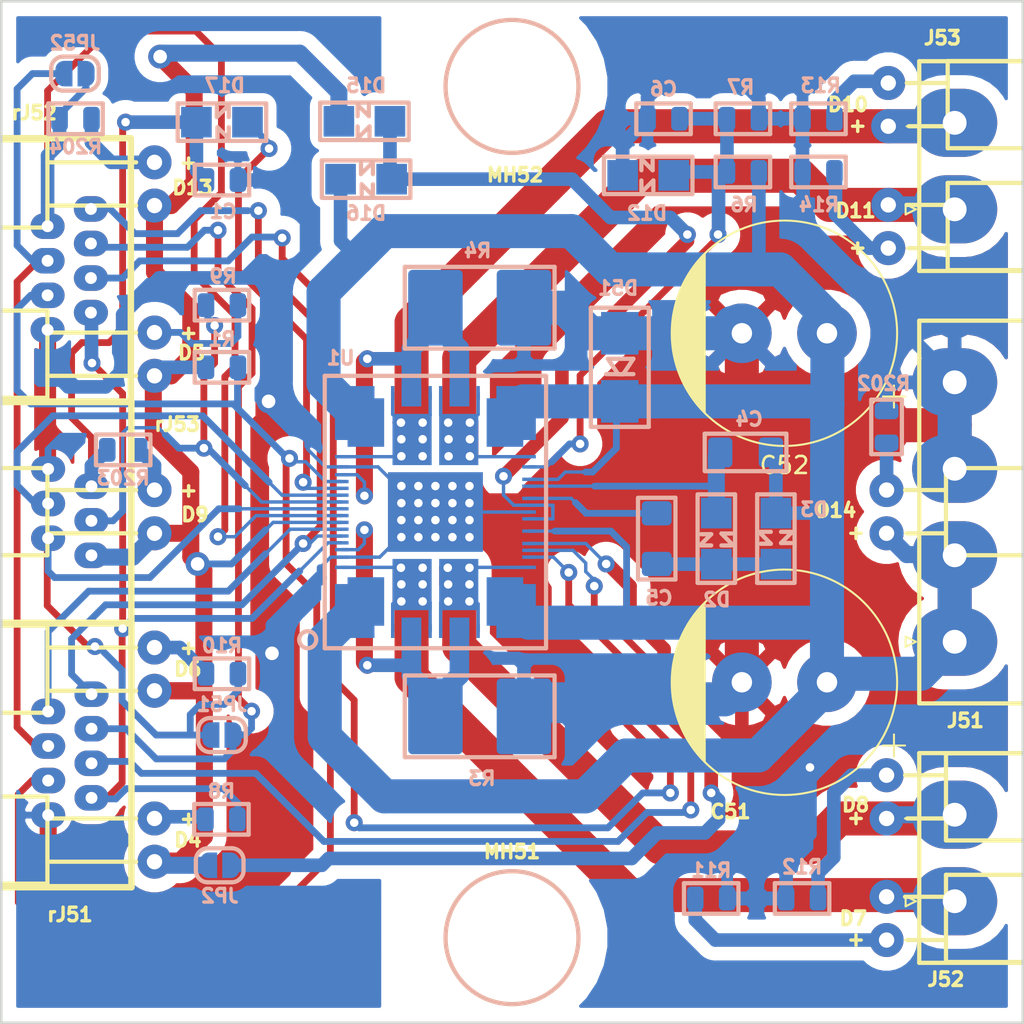
<source format=kicad_pcb>
(kicad_pcb (version 20171130) (host pcbnew 5.0.0-fee4fd1~66~ubuntu16.04.1)
  (layers (0 F.Cu signal hide) (31 B.Cu signal hide) (34 B.Paste user hide) (35 F.Paste user hide) (36 B.SilkS user) (37 F.SilkS user hide) (38 B.Mask user hide) (39 F.Mask user hide) (44 Edge.Cuts user))
  (net 0 "")
  (net 1 /connector/Switch)
  (net 2 "Net-(C5-Pad2)")
  (net 3 "Net-(D4-Pad1)")
  (net 4 "Net-(D5-Pad1)")
  (net 5 "Net-(D6-Pad1)")
  (net 6 "Net-(D7-Pad1)")
  (net 7 /connector/MotorA1)
  (net 8 /connector/MotorA2)
  (net 9 /connector/MotorB1)
  (net 10 /connector/MotorB2)
  (net 11 "Net-(D11-Pad1)")
  (net 12 /connector/Pulse)
  (net 13 /connector/Busy)
  (net 14 /connector/SDI)
  (net 15 /connector/CLK)
  (net 16 /connector/CS)
  (net 17 /connector/SDO)
  (net 18 85v)
  (net 19 15v)
  (net 20 G85V)
  (net 21 /connector/Reset)
  (net 22 /connector/Osc_Out)
  (net 23 /connector/Osc_In)
  (net 24 /motor/Switch_Local)
  (net 25 G3V3)
  (net 26 /connector/Busy_Out)
  (net 27 /motor/Adc)
  (net 28 /motor/SenseA)
  (net 29 /motor/SenseB)
  (net 30 /motor/Cpump)
  (net 31 /motor/Vboot)
  (net 32 "Net-(D10-Pad2)")
  (net 33 "Net-(D8-Pad2)")
  (net 34 /connector/Sdo_Back)
  (net 35 /connector/Flag)
  (net 36 3V3)
  (net 37 Vreg)
  (net 38 "Net-(D13-Pad1)")
  (net 39 "Net-(D9-Pad1)")
  (net 40 "Net-(D14-Pad2)")
  (module pap:led5p_enchufable (layer F.Cu) (at 144.5 113.749079 90)
    (fp_text reference D14 (at 1.35 -2.96969 180) (layer F.SilkS) (effects (font (size 0.8 0.8) (thickness 0.2))))
    (fp_text value LED_I)
    (fp_text user + (at 0 -1.85 90) (layer F.SilkS) (effects (font (size 0.8 0.8) (thickness 0.2))))
    (pad 1 thru_hole circle (at 0 0 90) (size 2 2) (drill 0.9) (layers *.Cu *.Mask) (net 18 85v))
    (pad 2 thru_hole circle (at 2.54 0 90) (size 2 2) (drill 0.9) (layers *.Cu *.Mask) (net 40 "Net-(D14-Pad2)"))
  )
  (module pap:SolderJumper-2_P1.3mm_Open_RoundedPad1.0x1.5mm (layer B.Cu) (at 105.33031 133.249079)
    (fp_text reference JP2 (at 0 1.8) (layer B.SilkS) (effects (font (size 0.8 0.8) (thickness 0.2)) (justify mirror)))
    (fp_text value jumper)
    (pad 1 smd custom (at -0.65 0) (size 1 0.5) (layers B.Cu B.Mask) (net 36 3V3) (options (clearance outline) (anchor rect)) (primitives (gr_circle (center 0 -0.25) (end 0.5 -0.25) (width 0)) (gr_circle (center 0 0.25) (end 0.5 0.25) (width 0)) (gr_poly (pts (xy 0 0.75) (xy 0.5 0.75) (xy 0.5 -0.75) (xy 0 -0.75)) (width 0))))
    (pad 2 smd custom (at 0.65 0) (size 1 0.5) (layers B.Cu B.Mask) (net 37 Vreg) (options (clearance outline) (anchor rect)) (primitives (gr_circle (center 0 -0.25) (end 0.5 -0.25) (width 0)) (gr_circle (center 0 0.25) (end 0.5 0.25) (width 0)) (gr_poly (pts (xy 0 0.75) (xy -0.5 0.75) (xy -0.5 -0.75) (xy 0 -0.75)) (width 0))))
  )
  (module pap:NetTie-2_SMD_Pad0.2mm_sin_seri (layer B.Cu) (at 114.13031 109.849079 180)
    (fp_text reference NT52 hide)
    (fp_text value Net-Tie_2)
    (pad 2 smd rect (at 0.1 0 180) (size 0.2 0.2) (layers B.Cu) (net 25 G3V3))
    (pad 1 smd rect (at -0.1 0 180) (size 0.2 0.2) (layers B.Cu) (net 20 G85V))
  )
  (module pap:NetTie-2_SMD_Pad0.2mm_sin_seri (layer B.Cu) (at 114.33031 115.149079 180)
    (fp_text reference NT51 hide)
    (fp_text value Net-Tie_2)
    (pad 2 smd rect (at 0.1 0 180) (size 0.2 0.2) (layers B.Cu) (net 25 G3V3))
    (pad 1 smd rect (at -0.1 0 180) (size 0.2 0.2) (layers B.Cu) (net 20 G85V))
  )
  (module pap:D_MiniMELF (layer B.Cu) (at 113.83031 89.549079 180)
    (fp_text reference D15 (at -0.1 2.1 180) (layer B.SilkS) (effects (font (size 0.8 0.8) (thickness 0.2)) (justify mirror)))
    (fp_text value LL4148)
    (pad 1 smd rect (at -1.5 0 180) (size 1.8 1.8) (layers B.Cu B.Paste B.Mask) (net 19 15v))
    (pad 2 smd rect (at 1.5 0 180) (size 1.8 1.8) (layers B.Cu B.Paste B.Mask) (net 36 3V3))
  )
  (module pap:D_MiniMELF (layer B.Cu) (at 113.93031 92.949079)
    (fp_text reference D16 (at 0 2) (layer B.SilkS) (effects (font (size 0.8 0.8) (thickness 0.2)) (justify mirror)))
    (fp_text value LL4148)
    (pad 1 smd rect (at -1.5 0) (size 1.8 1.8) (layers B.Cu B.Paste B.Mask) (net 18 85v))
    (pad 2 smd rect (at 1.5 0) (size 1.8 1.8) (layers B.Cu B.Paste B.Mask) (net 19 15v))
  )
  (module pap:C_1206_3216Metric_Pad1.42x1.75mm_HandSolder (layer B.Cu) (at 136.21781 109)
    (fp_text reference C4 (at 0.2125 -1.950921) (layer B.SilkS) (effects (font (size 0.8 0.8) (thickness 0.2)) (justify mirror)))
    (fp_text value C)
    (pad 1 smd roundrect (at -1.4875 0) (size 1.425 1.75) (layers B.Cu B.Paste B.Mask) (roundrect_rratio 0.175439) (net 31 /motor/Vboot))
    (pad 2 smd roundrect (at 1.4875 0) (size 1.425 1.75) (layers B.Cu B.Paste B.Mask) (roundrect_rratio 0.175439) (net 18 85v))
  )
  (module pap:SolderJumper-2_P1.3mm_Open_RoundedPad1.0x1.5mm (layer B.Cu) (at 96.83031 86.749079 180)
    (fp_text reference JP52 (at 0 1.8 180) (layer B.SilkS) (effects (font (size 0.8 0.8) (thickness 0.2)) (justify mirror)))
    (fp_text value jumper)
    (pad 1 smd custom (at -0.65 0 180) (size 1 0.5) (layers B.Cu B.Mask) (net 17 /connector/SDO) (options (clearance outline) (anchor rect)) (primitives (gr_circle (center 0 -0.25) (end 0.5 -0.25) (width 0)) (gr_circle (center 0 0.25) (end 0.5 0.25) (width 0)) (gr_poly (pts (xy 0 0.75) (xy 0.5 0.75) (xy 0.5 -0.75) (xy 0 -0.75)) (width 0))))
    (pad 2 smd custom (at 0.65 0 180) (size 1 0.5) (layers B.Cu B.Mask) (net 34 /connector/Sdo_Back) (options (clearance outline) (anchor rect)) (primitives (gr_circle (center 0 -0.25) (end 0.5 -0.25) (width 0)) (gr_circle (center 0 0.25) (end 0.5 0.25) (width 0)) (gr_poly (pts (xy 0 0.75) (xy -0.5 0.75) (xy -0.5 -0.75) (xy 0 -0.75)) (width 0))))
  )
  (module pap:R_0805_2012Metric (layer B.Cu) (at 105.43031 130.549079 180)
    (fp_text reference R8 (at 0 1.65 180) (layer B.SilkS) (effects (font (size 0.8 0.8) (thickness 0.2)) (justify mirror)))
    (fp_text value R)
    (pad 2 smd roundrect (at 0.9375 0 180) (size 0.975 1.4) (layers B.Cu B.Paste B.Mask) (net 3 "Net-(D4-Pad1)"))
    (pad 1 smd roundrect (at -0.9375 0 180) (size 0.975 1.4) (layers B.Cu B.Paste B.Mask) (net 16 /connector/CS))
  )
  (module pap:R_0805_2012Metric (layer B.Cu) (at 96.8625 89.4)
    (fp_text reference R204 (at 0 1.65) (layer B.SilkS) (effects (font (size 0.8 0.8) (thickness 0.2)) (justify mirror)))
    (fp_text value R)
    (pad 2 smd roundrect (at 0.9375 0) (size 0.975 1.4) (layers B.Cu B.Paste B.Mask) (net 38 "Net-(D13-Pad1)"))
    (pad 1 smd roundrect (at -0.9375 0) (size 0.975 1.4) (layers B.Cu B.Paste B.Mask) (net 17 /connector/SDO))
  )
  (module pap:R_0805_2012Metric (layer B.Cu) (at 105.4625 100.349079)
    (fp_text reference R9 (at 0.06781 -1.7) (layer B.SilkS) (effects (font (size 0.8 0.8) (thickness 0.2)) (justify mirror)))
    (fp_text value R)
    (pad 2 smd roundrect (at 0.9375 0) (size 0.975 1.4) (layers B.Cu B.Paste B.Mask) (net 4 "Net-(D5-Pad1)"))
    (pad 1 smd roundrect (at -0.9375 0) (size 0.975 1.4) (layers B.Cu B.Paste B.Mask) (net 35 /connector/Flag))
  )
  (module pap:led5p_rj (layer F.Cu) (at 101.5 91.96 270)
    (fp_text reference D13 (at 1.489079 -2.23031) (layer F.SilkS) (effects (font (size 0.8 0.8) (thickness 0.2))))
    (fp_text value LED)
    (fp_text user + (at 0.05 -1.95 270) (layer F.SilkS) (effects (font (size 0.8 0.8) (thickness 0.2))))
    (pad 1 thru_hole circle (at 0 0 270) (size 2 2) (drill 0.9) (layers *.Cu *.Mask) (net 38 "Net-(D13-Pad1)"))
    (pad 2 thru_hole circle (at 2.54 0 270) (size 2 2) (drill 0.9) (layers *.Cu *.Mask) (net 36 3V3))
  )
  (module pap:SolderJumper-2_P1.3mm_Open_RoundedPad1.0x1.5mm (layer B.Cu) (at 105.4625 125.6 180)
    (fp_text reference JP51 (at 0 1.8 180) (layer B.SilkS) (effects (font (size 0.8 0.8) (thickness 0.2)) (justify mirror)))
    (fp_text value jumper)
    (pad 1 smd custom (at -0.65 0 180) (size 1 0.5) (layers B.Cu B.Mask) (net 26 /connector/Busy_Out) (options (clearance outline) (anchor rect)) (primitives (gr_circle (center 0 -0.25) (end 0.5 -0.25) (width 0)) (gr_circle (center 0 0.25) (end 0.5 0.25) (width 0)) (gr_poly (pts (xy 0 0.75) (xy 0.5 0.75) (xy 0.5 -0.75) (xy 0 -0.75)) (width 0))))
    (pad 2 smd custom (at 0.65 0 180) (size 1 0.5) (layers B.Cu B.Mask) (net 13 /connector/Busy) (options (clearance outline) (anchor rect)) (primitives (gr_circle (center 0 -0.25) (end 0.5 -0.25) (width 0)) (gr_circle (center 0 0.25) (end 0.5 0.25) (width 0)) (gr_poly (pts (xy 0 0.75) (xy -0.5 0.75) (xy -0.5 -0.75) (xy 0 -0.75)) (width 0))))
  )
  (module pap:led5p_rj (layer F.Cu) (at 101.5 111.21 270)
    (fp_text reference D9 (at 1.439079 -2.38031) (layer F.SilkS) (effects (font (size 0.8 0.8) (thickness 0.2))))
    (fp_text value LED)
    (fp_text user + (at 0.05 -1.95 270) (layer F.SilkS) (effects (font (size 0.8 0.8) (thickness 0.2))))
    (pad 1 thru_hole circle (at 0 0 270) (size 2 2) (drill 0.9) (layers *.Cu *.Mask) (net 39 "Net-(D9-Pad1)"))
    (pad 2 thru_hole circle (at 2.54 0 270) (size 2 2) (drill 0.9) (layers *.Cu *.Mask) (net 36 3V3))
  )
  (module pap:D_MiniMELF (layer B.Cu) (at 134.5 114.0625 270)
    (fp_text reference D2 (at 3.586579 -0.03031) (layer B.SilkS) (effects (font (size 0.8 0.8) (thickness 0.2)) (justify mirror)))
    (fp_text value LL4148)
    (pad 1 smd rect (at -1.5 0 270) (size 1.8 1.8) (layers B.Cu B.Paste B.Mask) (net 31 /motor/Vboot))
    (pad 2 smd rect (at 1.5 0 270) (size 1.8 1.8) (layers B.Cu B.Paste B.Mask) (net 2 "Net-(C5-Pad2)"))
  )
  (module pap:R_0805_2012Metric (layer B.Cu) (at 140.5 92.525001)
    (fp_text reference R14 (at 0.03031 1.924078) (layer B.SilkS) (effects (font (size 0.8 0.8) (thickness 0.2)) (justify mirror)))
    (fp_text value R)
    (pad 2 smd roundrect (at 0.9375 0) (size 0.975 1.4) (layers B.Cu B.Paste B.Mask) (net 11 "Net-(D11-Pad1)"))
    (pad 1 smd roundrect (at -0.9375 0) (size 0.975 1.4) (layers B.Cu B.Paste B.Mask) (net 20 G85V))
  )
  (module pap:MountingHole_3.2mm_M3 (layer F.Cu) (at 122.5 137.5)
    (fp_text reference MH51 (at 0 -5.050921) (layer F.SilkS) (effects (font (size 0.8 0.8) (thickness 0.2))))
    (fp_text value MountingHole)
    (pad "" np_thru_hole circle (at 0 0) (size 3.2 3.2) (drill 3.2) (layers *.Cu *.Mask) (clearance 4))
  )
  (module pap:MountingHole_3.2mm_M3 (layer F.Cu) (at 122.5 87.5)
    (fp_text reference MH52 (at 0.18031 5.199079) (layer F.SilkS) (effects (font (size 0.8 0.8) (thickness 0.2))))
    (fp_text value MountingHole)
    (pad "" np_thru_hole circle (at 0 0) (size 3.2 3.2) (drill 3.2) (layers *.Cu *.Mask) (clearance 4))
  )
  (module pap:R_2816_7142Metric_Pad3.20x4.45mm_HandSolder (layer B.Cu) (at 120.6 124.5)
    (fp_text reference R3 (at 0.13031 3.649079) (layer B.SilkS) (effects (font (size 0.8 0.8) (thickness 0.2)) (justify mirror)))
    (fp_text value R)
    (pad 2 smd roundrect (at 2.6 0) (size 3.2 4.45) (layers B.Cu B.Paste B.Mask) (roundrect_rratio 0.078125) (net 20 G85V))
    (pad 1 smd roundrect (at -2.6 0) (size 3.2 4.45) (layers B.Cu B.Paste B.Mask) (roundrect_rratio 0.078125) (net 29 /motor/SenseB))
  )
  (module pap:R_2816_7142Metric_Pad3.20x4.45mm_HandSolder (layer B.Cu) (at 120.6 100.5)
    (fp_text reference R4 (at -0.11969 -3.350921) (layer B.SilkS) (effects (font (size 0.8 0.8) (thickness 0.2)) (justify mirror)))
    (fp_text value R)
    (pad 2 smd roundrect (at 2.6 0) (size 3.2 4.45) (layers B.Cu B.Paste B.Mask) (roundrect_rratio 0.078125) (net 20 G85V))
    (pad 1 smd roundrect (at -2.6 0) (size 3.2 4.45) (layers B.Cu B.Paste B.Mask) (roundrect_rratio 0.078125) (net 28 /motor/SenseA))
  )
  (module pap:R_0805_2012Metric (layer B.Cu) (at 105.4625 122 180)
    (fp_text reference R10 (at 0 1.65 180) (layer B.SilkS) (effects (font (size 0.8 0.8) (thickness 0.2)) (justify mirror)))
    (fp_text value R)
    (pad 2 smd roundrect (at 0.9375 0 180) (size 0.975 1.4) (layers B.Cu B.Paste B.Mask) (net 5 "Net-(D6-Pad1)"))
    (pad 1 smd roundrect (at -0.9375 0 180) (size 0.975 1.4) (layers B.Cu B.Paste B.Mask) (net 13 /connector/Busy))
  )
  (module pap:R_0805_2012Metric (layer B.Cu) (at 136.0625 92.525001 180)
    (fp_text reference R6 (at -0.06781 -1.924078 180) (layer B.SilkS) (effects (font (size 0.8 0.8) (thickness 0.2)) (justify mirror)))
    (fp_text value R)
    (pad 2 smd roundrect (at 0.9375 0 180) (size 0.975 1.4) (layers B.Cu B.Paste B.Mask) (net 27 /motor/Adc))
    (pad 1 smd roundrect (at -0.9375 0 180) (size 0.975 1.4) (layers B.Cu B.Paste B.Mask) (net 18 85v))
  )
  (module pap:R_0805_2012Metric (layer B.Cu) (at 136.0625 89.4)
    (fp_text reference R7 (at -0.13219 -1.850921) (layer B.SilkS) (effects (font (size 0.8 0.8) (thickness 0.2)) (justify mirror)))
    (fp_text value R)
    (pad 2 smd roundrect (at 0.9375 0) (size 0.975 1.4) (layers B.Cu B.Paste B.Mask) (net 20 G85V))
    (pad 1 smd roundrect (at -0.9375 0) (size 0.975 1.4) (layers B.Cu B.Paste B.Mask) (net 27 /motor/Adc))
  )
  (module pap:R_0805_2012Metric (layer B.Cu) (at 134.2 135.2 180)
    (fp_text reference R11 (at 0 1.65 180) (layer B.SilkS) (effects (font (size 0.8 0.8) (thickness 0.2)) (justify mirror)))
    (fp_text value R)
    (pad 2 smd roundrect (at 0.9375 0 180) (size 0.975 1.4) (layers B.Cu B.Paste B.Mask) (net 6 "Net-(D7-Pad1)"))
    (pad 1 smd roundrect (at -0.9375 0 180) (size 0.975 1.4) (layers B.Cu B.Paste B.Mask) (net 20 G85V))
  )
  (module pap:R_0805_2012Metric (layer B.Cu) (at 144.5 107.5 270)
    (fp_text reference R202 (at -2.550921 0.16969) (layer B.SilkS) (effects (font (size 0.8 0.8) (thickness 0.2)) (justify mirror)))
    (fp_text value R)
    (pad 2 smd roundrect (at 0.9375 0 270) (size 0.975 1.4) (layers B.Cu B.Paste B.Mask) (net 40 "Net-(D14-Pad2)"))
    (pad 1 smd roundrect (at -0.9375 0 270) (size 0.975 1.4) (layers B.Cu B.Paste B.Mask) (net 20 G85V))
  )
  (module pap:R_0805_2012Metric (layer B.Cu) (at 139.5375 135.2)
    (fp_text reference R12 (at 0 -1.850921) (layer B.SilkS) (effects (font (size 0.8 0.8) (thickness 0.2)) (justify mirror)))
    (fp_text value R)
    (pad 2 smd roundrect (at 0.9375 0) (size 0.975 1.4) (layers B.Cu B.Paste B.Mask) (net 33 "Net-(D8-Pad2)"))
    (pad 1 smd roundrect (at -0.9375 0) (size 0.975 1.4) (layers B.Cu B.Paste B.Mask) (net 20 G85V))
  )
  (module pap:R_0805_2012Metric (layer B.Cu) (at 140.5 89.4)
    (fp_text reference R13 (at 0.13031 -1.950921) (layer B.SilkS) (effects (font (size 0.8 0.8) (thickness 0.2)) (justify mirror)))
    (fp_text value R)
    (pad 2 smd roundrect (at 0.9375 0) (size 0.975 1.4) (layers B.Cu B.Paste B.Mask) (net 32 "Net-(D10-Pad2)"))
    (pad 1 smd roundrect (at -0.9375 0) (size 0.975 1.4) (layers B.Cu B.Paste B.Mask) (net 20 G85V))
  )
  (module pap:R_0805_2012Metric (layer B.Cu) (at 105.4625 104 180)
    (fp_text reference R1 (at 0 1.65 180) (layer B.SilkS) (effects (font (size 0.8 0.8) (thickness 0.2)) (justify mirror)))
    (fp_text value R)
    (pad 2 smd roundrect (at 0.9375 0 180) (size 0.975 1.4) (layers B.Cu B.Paste B.Mask) (net 36 3V3))
    (pad 1 smd roundrect (at -0.9375 0 180) (size 0.975 1.4) (layers B.Cu B.Paste B.Mask) (net 21 /connector/Reset))
  )
  (module pap:R_0805_2012Metric (layer B.Cu) (at 99.6625 108.849079)
    (fp_text reference R203 (at 0 1.65) (layer B.SilkS) (effects (font (size 0.8 0.8) (thickness 0.2)) (justify mirror)))
    (fp_text value R)
    (pad 2 smd roundrect (at 0.9375 0) (size 0.975 1.4) (layers B.Cu B.Paste B.Mask) (net 39 "Net-(D9-Pad1)"))
    (pad 1 smd roundrect (at -0.9375 0) (size 0.975 1.4) (layers B.Cu B.Paste B.Mask) (net 1 /connector/Switch))
  )
  (module pap:C_0805_2012Metric (layer B.Cu) (at 131.4 89.4)
    (fp_text reference C6 (at 0 -1.750921) (layer B.SilkS) (effects (font (size 0.8 0.8) (thickness 0.2)) (justify mirror)))
    (fp_text value C)
    (pad 1 smd roundrect (at -0.9375 0) (size 0.975 1.4) (layers B.Cu B.Paste B.Mask) (net 20 G85V))
    (pad 2 smd roundrect (at 0.9375 0) (size 0.975 1.4) (layers B.Cu B.Paste B.Mask) (net 27 /motor/Adc))
  )
  (module pap:C_1206_3216Metric_Pad1.42x1.75mm_HandSolder (layer B.Cu) (at 131 114.0625 270)
    (fp_text reference C5 (at 3.486579 -0.13031) (layer B.SilkS) (effects (font (size 0.8 0.8) (thickness 0.2)) (justify mirror)))
    (fp_text value C)
    (pad 1 smd roundrect (at -1.4875 0 270) (size 1.425 1.75) (layers B.Cu B.Paste B.Mask) (roundrect_rratio 0.175439) (net 30 /motor/Cpump))
    (pad 2 smd roundrect (at 1.4875 0 270) (size 1.425 1.75) (layers B.Cu B.Paste B.Mask) (roundrect_rratio 0.175439) (net 2 "Net-(C5-Pad2)"))
  )
  (module pap:C_0805_2012Metric (layer B.Cu) (at 105.4625 93 180)
    (fp_text reference C1 (at -0.06781 -1.849079 180) (layer B.SilkS) (effects (font (size 0.8 0.8) (thickness 0.2)) (justify mirror)))
    (fp_text value C)
    (pad 1 smd roundrect (at -0.9375 0 180) (size 0.975 1.4) (layers B.Cu B.Paste B.Mask) (net 25 G3V3))
    (pad 2 smd roundrect (at 0.9375 0 180) (size 0.975 1.4) (layers B.Cu B.Paste B.Mask) (net 1 /connector/Switch))
  )
  (module pap:D_MiniMELF (layer B.Cu) (at 105.4625 89.6)
    (fp_text reference D17 (at 0.16781 -2.150921) (layer B.SilkS) (effects (font (size 0.8 0.8) (thickness 0.2)) (justify mirror)))
    (fp_text value LL4148)
    (pad 1 smd rect (at -1.5 0) (size 1.8 1.8) (layers B.Cu B.Paste B.Mask) (net 1 /connector/Switch))
    (pad 2 smd rect (at 1.5 0) (size 1.8 1.8) (layers B.Cu B.Paste B.Mask) (net 24 /motor/Switch_Local))
  )
  (module pap:D_MiniMELF (layer B.Cu) (at 130.5 92.725001 180)
    (fp_text reference D12 (at 0.06969 -2.224078 180) (layer B.SilkS) (effects (font (size 0.8 0.8) (thickness 0.2)) (justify mirror)))
    (fp_text value D_Zener)
    (pad 1 smd rect (at -1.5 0 180) (size 1.8 1.8) (layers B.Cu B.Paste B.Mask) (net 27 /motor/Adc))
    (pad 2 smd rect (at 1.5 0 180) (size 1.8 1.8) (layers B.Cu B.Paste B.Mask) (net 20 G85V))
  )
  (module pap:D_MiniMELF (layer B.Cu) (at 138 114.0625 90)
    (fp_text reference D3 (at 1.713421 2.23031 180) (layer B.SilkS) (effects (font (size 0.8 0.8) (thickness 0.2)) (justify mirror)))
    (fp_text value LL4148)
    (pad 1 smd rect (at -1.5 0 90) (size 1.8 1.8) (layers B.Cu B.Paste B.Mask) (net 2 "Net-(C5-Pad2)"))
    (pad 2 smd rect (at 1.5 0 90) (size 1.8 1.8) (layers B.Cu B.Paste B.Mask) (net 18 85v))
  )
  (module pap:D_SMA (layer B.Cu) (at 128.83031 104 90)
    (fp_text reference D51 (at 4.650921 -0.1 180) (layer B.SilkS) (effects (font (size 0.8 0.8) (thickness 0.2)) (justify mirror)))
    (fp_text value SM4007)
    (pad 2 smd rect (at 2 0 90) (size 2.5 2.2) (layers B.Cu B.Paste B.Mask) (net 20 G85V))
    (pad 1 smd rect (at -2 0 90) (size 2.5 2.2) (layers B.Cu B.Paste B.Mask) (net 18 85v))
  )
  (module pap:rj12 (layer F.Cu) (at 93.53 112.508 270)
    (fp_text reference rJ53 (at -5.158921 -9.30031) (layer F.SilkS) (effects (font (size 0.8 0.8) (thickness 0.2))))
    (fp_text value RJ12)
    (pad 2 thru_hole oval (at 1.53 -1.72 270) (size 1.5 2) (drill 0.7) (layers *.Cu *.Mask) (net 13 /connector/Busy))
    (pad 1 thru_hole oval (at 2.53746 -4.26466 270) (size 1.5 2) (drill 0.7) (layers *.Cu *.Mask) (net 36 3V3))
    (pad 3 thru_hole oval (at 0.508 -4.26466 270) (size 1.5 2) (drill 0.7) (layers *.Cu *.Mask) (net 35 /connector/Flag))
    (pad 4 thru_hole oval (at -0.508 -1.72 270) (size 1.5 2) (drill 0.7) (layers *.Cu *.Mask) (net 12 /connector/Pulse))
    (pad 5 thru_hole oval (at -1.52146 -4.26466 270) (size 1.5 2) (drill 0.7) (layers *.Cu *.Mask) (net 1 /connector/Switch))
    (pad 6 thru_hole oval (at -2.53746 -1.72 270) (size 1.5 2) (drill 0.7) (layers *.Cu *.Mask) (net 25 G3V3))
  )
  (module pap:led5p_rj (layer F.Cu) (at 101.5 101.96 270)
    (fp_text reference D5 (at 1.189079 -2.18031) (layer F.SilkS) (effects (font (size 0.8 0.8) (thickness 0.2))))
    (fp_text value LED)
    (fp_text user + (at 0.05 -1.95 270) (layer F.SilkS) (effects (font (size 0.8 0.8) (thickness 0.2))))
    (pad 1 thru_hole circle (at 0 0 270) (size 2 2) (drill 0.9) (layers *.Cu *.Mask) (net 4 "Net-(D5-Pad1)"))
    (pad 2 thru_hole circle (at 2.54 0 270) (size 2 2) (drill 0.9) (layers *.Cu *.Mask) (net 36 3V3))
  )
  (module pap:rj45 (layer F.Cu) (at 93.5 98.24908 270)
    (fp_text reference rJ52 (at -9.200001 -0.93031) (layer F.SilkS) (effects (font (size 0.8 0.8) (thickness 0.2))))
    (fp_text value RJ45)
    (pad 3 thru_hole oval (at 1.52146 -1.72 270) (size 1.5 2) (drill 0.7) (layers *.Cu *.Mask) (net 21 /connector/Reset))
    (pad 1 thru_hole oval (at 3.55092 -1.72 270) (size 1.5 2) (drill 0.7) (layers *.Cu *.Mask) (net 25 G3V3))
    (pad 2 thru_hole oval (at 2.53746 -4.26466 270) (size 1.5 2) (drill 0.7) (layers *.Cu *.Mask) (net 16 /connector/CS))
    (pad 4 thru_hole oval (at 0.508 -4.26466 270) (size 1.5 2) (drill 0.7) (layers *.Cu *.Mask) (net 22 /connector/Osc_Out))
    (pad 5 thru_hole oval (at -0.508 -1.72 270) (size 1.5 2) (drill 0.7) (layers *.Cu *.Mask) (net 34 /connector/Sdo_Back))
    (pad 6 thru_hole oval (at -1.52146 -4.26466 270) (size 1.5 2) (drill 0.7) (layers *.Cu *.Mask) (net 26 /connector/Busy_Out))
    (pad 7 thru_hole oval (at -2.53746 -1.72 270) (size 1.5 2) (drill 0.7) (layers *.Cu *.Mask) (net 17 /connector/SDO))
    (pad 8 thru_hole oval (at -3.55092 -4.26466 270) (size 1.5 2) (drill 0.7) (layers *.Cu *.Mask) (net 15 /connector/CLK))
  )
  (module pap:led5p_rj (layer F.Cu) (at 101.5 120.46 270)
    (fp_text reference D6 (at 1.27 -1.96) (layer F.SilkS) (effects (font (size 0.8 0.8) (thickness 0.2))))
    (fp_text value LED)
    (fp_text user + (at 0.05 -1.95 270) (layer F.SilkS) (effects (font (size 0.8 0.8) (thickness 0.2))))
    (pad 1 thru_hole circle (at 0 0 270) (size 2 2) (drill 0.9) (layers *.Cu *.Mask) (net 5 "Net-(D6-Pad1)"))
    (pad 2 thru_hole circle (at 2.54 0 270) (size 2 2) (drill 0.9) (layers *.Cu *.Mask) (net 36 3V3))
  )
  (module pap:PhoenixContact_MSTBA_2,5_2-G-5,08_1x02_P5.08mm_Horizontal (layer F.Cu) (at 148.5 135.36 90)
    (fp_text reference J52 (at -4.589079 -0.51969 180) (layer F.SilkS) (effects (font (size 0.8 0.8) (thickness 0.2))))
    (fp_text value Conn_01x02)
    (pad 2 thru_hole oval (at 5.08 0 90) (size 4 5) (drill 1.4) (layers *.Cu *.Mask) (net 9 /connector/MotorB1))
    (pad 1 thru_hole oval (at 0 0 90) (size 4 5) (drill 1.4) (layers *.Cu *.Mask) (net 10 /connector/MotorB2))
  )
  (module pap:led5p_enchufable (layer F.Cu) (at 144.6 89.84 90)
    (fp_text reference D10 (at 1.27 -2.36969 180) (layer F.SilkS) (effects (font (size 0.8 0.8) (thickness 0.2))))
    (fp_text value LED_I)
    (fp_text user + (at 0 -1.85 90) (layer F.SilkS) (effects (font (size 0.8 0.8) (thickness 0.2))))
    (pad 1 thru_hole circle (at 0 0 90) (size 2 2) (drill 0.9) (layers *.Cu *.Mask) (net 8 /connector/MotorA2))
    (pad 2 thru_hole circle (at 2.54 0 90) (size 2 2) (drill 0.9) (layers *.Cu *.Mask) (net 32 "Net-(D10-Pad2)"))
  )
  (module pap:led5p_enchufable (layer F.Cu) (at 144.5 130.5 90)
    (fp_text reference D8 (at 0.800921 -1.81969 180) (layer F.SilkS) (effects (font (size 0.8 0.8) (thickness 0.2))))
    (fp_text value LED_I)
    (fp_text user + (at 0 -1.85 90) (layer F.SilkS) (effects (font (size 0.8 0.8) (thickness 0.2))))
    (pad 1 thru_hole circle (at 0 0 90) (size 2 2) (drill 0.9) (layers *.Cu *.Mask) (net 9 /connector/MotorB1))
    (pad 2 thru_hole circle (at 2.54 0 90) (size 2 2) (drill 0.9) (layers *.Cu *.Mask) (net 33 "Net-(D8-Pad2)"))
  )
  (module pap:led5p_enchufable (layer F.Cu) (at 144.5 137.64 90)
    (fp_text reference D7 (at 1.27 -1.96 180) (layer F.SilkS) (effects (font (size 0.8 0.8) (thickness 0.2))))
    (fp_text value LED)
    (fp_text user + (at 0 -1.85 90) (layer F.SilkS) (effects (font (size 0.8 0.8) (thickness 0.2))))
    (pad 1 thru_hole circle (at 0 0 90) (size 2 2) (drill 0.9) (layers *.Cu *.Mask) (net 6 "Net-(D7-Pad1)"))
    (pad 2 thru_hole circle (at 2.54 0 90) (size 2 2) (drill 0.9) (layers *.Cu *.Mask) (net 10 /connector/MotorB2))
  )
  (module pap:led5p_enchufable (layer F.Cu) (at 144.6 97 90)
    (fp_text reference D11 (at 2.200921 -1.91969 180) (layer F.SilkS) (effects (font (size 0.8 0.8) (thickness 0.2))))
    (fp_text value LED)
    (fp_text user + (at 0 -1.85 90) (layer F.SilkS) (effects (font (size 0.8 0.8) (thickness 0.2))))
    (pad 1 thru_hole circle (at 0 0 90) (size 2 2) (drill 0.9) (layers *.Cu *.Mask) (net 11 "Net-(D11-Pad1)"))
    (pad 2 thru_hole circle (at 2.54 0 90) (size 2 2) (drill 0.9) (layers *.Cu *.Mask) (net 7 /connector/MotorA1))
  )
  (module pap:led5p_rj (layer F.Cu) (at 101.5 130.5 270)
    (fp_text reference D4 (at 1.27 -1.96) (layer F.SilkS) (effects (font (size 0.8 0.8) (thickness 0.2))))
    (fp_text value LED)
    (fp_text user + (at 0.05 -1.95 270) (layer F.SilkS) (effects (font (size 0.8 0.8) (thickness 0.2))))
    (pad 1 thru_hole circle (at 0 0 270) (size 2 2) (drill 0.9) (layers *.Cu *.Mask) (net 3 "Net-(D4-Pad1)"))
    (pad 2 thru_hole circle (at 2.54 0 270) (size 2 2) (drill 0.9) (layers *.Cu *.Mask) (net 36 3V3))
  )
  (module pap:CP_Radial_D13.0mm_P5.00mm (layer F.Cu) (at 141 122.5 180)
    (fp_text reference C51 (at 5.66969 -7.599079 180) (layer F.SilkS) (effects (font (size 0.8 0.8) (thickness 0.2))))
    (fp_text value 100uFx100v)
    (pad 1 thru_hole circle (at 0 0 180) (size 3.5 3.5) (drill 1.2) (layers *.Cu *.Mask) (net 18 85v))
    (pad 2 thru_hole circle (at 5 0 180) (size 3.5 3.5) (drill 1.2) (layers *.Cu *.Mask) (net 20 G85V))
  )
  (module pap:CP_Radial_D13.0mm_P5.00mm (layer F.Cu) (at 141 102 180)
    (fp_text reference C52 (at 2.5 -7.75 180) (layer F.SilkS))
    (fp_text value 100uFx100v)
    (pad 1 thru_hole circle (at 0 0 180) (size 3.5 3.5) (drill 1.2) (layers *.Cu *.Mask) (net 18 85v))
    (pad 2 thru_hole circle (at 5 0 180) (size 3.5 3.5) (drill 1.2) (layers *.Cu *.Mask) (net 20 G85V))
  )
  (module pap:powerstep (layer B.Cu) (at 118 112.5)
    (fp_text reference U1 (at -5.56969 -9.050921) (layer B.SilkS) (effects (font (size 0.8 0.8) (thickness 0.2)) (justify mirror)))
    (fp_text value powerstep01)
    (pad 75 smd custom (at 4.5 5.5 180) (size 1.5 1.5) (layers B.Cu B.Paste B.Mask) (net 18 85v) (options (clearance outline) (anchor rect)) (primitives (gr_poly (pts (xy -0.66 1.67) (xy -0.66 1.27) (xy -1.4 1.27) (xy -1.4 -0.9) (xy -0.66 -0.9) (xy -0.66 -1.18) (xy -0.52 -1.18) (xy -0.52 -1.9) (xy 0.92 -1.9) (xy 0.92 -1.18) (xy 1.49 -1.18) (xy 1.49 1.67)) (width 0))))
    (pad 32 smd custom (at -4.5 -5.5) (size 1.5 1.5) (layers B.Cu B.Paste B.Mask) (net 18 85v) (options (clearance outline) (anchor rect)) (primitives (gr_poly (pts (xy -0.66 1.67) (xy -0.66 1.27) (xy -1.4 1.27) (xy -1.4 -0.9) (xy -0.66 -0.9) (xy -0.66 -1.18) (xy -0.52 -1.18) (xy -0.52 -1.9) (xy 0.92 -1.9) (xy 0.92 -1.18) (xy 1.49 -1.18) (xy 1.49 1.67)) (width 0))))
    (pad 43 smd custom (at 4.5 -5.5 180) (size 1.5 1.5) (layers B.Cu B.Paste B.Mask) (net 18 85v) (options (clearance outline) (anchor rect)) (primitives (gr_poly (pts (xy -0.66 -1.67) (xy -0.66 -1.27) (xy -1.4 -1.27) (xy -1.4 0.9) (xy -0.66 0.9) (xy -0.66 1.18) (xy -0.52 1.18) (xy -0.52 1.9) (xy 0.92 1.9) (xy 0.92 1.18) (xy 1.49 1.18) (xy 1.49 -1.67)) (width 0))))
    (pad 86 smd custom (at -4.5 5.5) (size 1.5 1.5) (layers B.Cu B.Paste B.Mask) (net 18 85v) (options (clearance outline) (anchor rect)) (primitives (gr_poly (pts (xy -0.66 -1.67) (xy -0.66 -1.27) (xy -1.4 -1.27) (xy -1.4 0.9) (xy -0.66 0.9) (xy -0.66 1.18) (xy -0.52 1.18) (xy -0.52 1.9) (xy 0.92 1.9) (xy 0.92 1.18) (xy 1.49 1.18) (xy 1.49 -1.67)) (width 0))))
    (pad 92 smd rect (at 1.37 -4.26) (size 2.3 3.01) (layers B.Cu B.Paste B.Mask) (net 7 /connector/MotorA1))
    (pad 91 smd rect (at -1.37 -4.26) (size 2.3 3.01) (layers B.Cu B.Paste B.Mask) (net 8 /connector/MotorA2))
    (pad 94 smd rect (at 1.37 4.26) (size 2.3 3.01) (layers B.Cu B.Paste B.Mask) (net 9 /connector/MotorB1))
    (pad 90 smd rect (at -1.37 4.26) (size 2.3 3.01) (layers B.Cu B.Paste B.Mask) (net 10 /connector/MotorB2))
    (pad 38 smd rect (at 0.31 -7 180) (size 0.2 0.8) (layers B.Cu B.Paste B.Mask) (net 7 /connector/MotorA1))
    (pad 42 smd rect (at 2.51 -7 180) (size 0.2 0.8) (layers B.Cu B.Paste B.Mask) (net 7 /connector/MotorA1))
    (pad 37 smd rect (at -0.31 -7 180) (size 0.2 0.8) (layers B.Cu B.Paste B.Mask) (net 8 /connector/MotorA2))
    (pad 33 smd rect (at -2.51 -7 180) (size 0.2 0.8) (layers B.Cu B.Paste B.Mask) (net 8 /connector/MotorA2))
    (pad 76 smd rect (at 2.51 7 180) (size 0.2 0.8) (layers B.Cu B.Paste B.Mask) (net 9 /connector/MotorB1))
    (pad 80 smd rect (at 0.31 7 180) (size 0.2 0.8) (layers B.Cu B.Paste B.Mask) (net 9 /connector/MotorB1))
    (pad 81 smd rect (at -0.31 7 180) (size 0.2 0.8) (layers B.Cu B.Paste B.Mask) (net 10 /connector/MotorB2))
    (pad 85 smd rect (at -2.51 7 180) (size 0.2 0.8) (layers B.Cu B.Paste B.Mask) (net 10 /connector/MotorB2))
    (pad 65 smd rect (at 5.5 3.25 270) (size 0.2 0.8) (layers B.Cu B.Paste B.Mask) (net 9 /connector/MotorB1))
    (pad 64 smd rect (at 5.5 2.65 270) (size 0.2 0.8) (layers B.Cu B.Paste B.Mask) (net 22 /connector/Osc_Out))
    (pad 63 smd rect (at 5.5 2.25 270) (size 0.2 0.8) (layers B.Cu B.Paste B.Mask) (net 23 /connector/Osc_In))
    (pad 62 smd rect (at 5.5 1.85 270) (size 0.2 0.8) (layers B.Cu B.Paste B.Mask) (net 37 Vreg))
    (pad 61 smd rect (at 5.5 1.12 270) (size 0.2 0.8) (layers B.Cu B.Paste B.Mask) (net 18 85v))
    (pad 60 smd rect (at 5.5 0.4 270) (size 0.2 0.8) (layers B.Cu B.Paste B.Mask) (net 19 15v))
    (pad 59 smd rect (at 5.5 0 270) (size 0.2 0.8) (layers B.Cu B.Paste B.Mask) (net 20 G85V))
    (pad 58 smd rect (at 5.5 -0.4 270) (size 0.2 0.8) (layers B.Cu B.Paste B.Mask) (net 19 15v))
    (pad 57 smd rect (at 5.5 -0.8 270) (size 0.2 0.8) (layers B.Cu B.Paste B.Mask) (net 30 /motor/Cpump))
    (pad 56 smd rect (at 5.5 -1.52 270) (size 0.2 0.8) (layers B.Cu B.Paste B.Mask) (net 31 /motor/Vboot))
    (pad 55 smd rect (at 5.5 -1.92 270) (size 0.2 0.8) (layers B.Cu B.Paste B.Mask) (net 18 85v))
    (pad 54 smd rect (at 5.5 -2.65 270) (size 0.2 0.8) (layers B.Cu B.Paste B.Mask) (net 27 /motor/Adc))
    (pad 53 smd rect (at 5.5 -3.25 270) (size 0.2 0.8) (layers B.Cu B.Paste B.Mask) (net 7 /connector/MotorA1))
    (pad 22 smd rect (at -5.5 -3.25 270) (size 0.2 0.8) (layers B.Cu B.Paste B.Mask) (net 8 /connector/MotorA2))
    (pad 21 smd rect (at -5.5 -2.65 270) (size 0.2 0.8) (layers B.Cu B.Paste B.Mask) (net 25 G3V3))
    (pad 20 smd rect (at -5.5 -2.19 270) (size 0.2 0.8) (layers B.Cu B.Paste B.Mask) (net 28 /motor/SenseA))
    (pad 19 smd rect (at -5.5 -1.79 270) (size 0.2 0.8) (layers B.Cu B.Paste B.Mask) (net 21 /connector/Reset))
    (pad 18 smd rect (at -5.5 -1.39 270) (size 0.2 0.8) (layers B.Cu B.Paste B.Mask) (net 24 /motor/Switch_Local))
    (pad 17 smd rect (at -5.5 -0.99 270) (size 0.2 0.8) (layers B.Cu B.Paste B.Mask) (net 12 /connector/Pulse))
    (pad 16 smd rect (at -5.5 -0.59 270) (size 0.2 0.8) (layers B.Cu B.Paste B.Mask) (net 35 /connector/Flag))
    (pad 15 smd rect (at -5.5 -0.19 270) (size 0.2 0.8) (layers B.Cu B.Paste B.Mask) (net 13 /connector/Busy))
    (pad 14 smd rect (at -5.5 0.21 270) (size 0.2 0.8) (layers B.Cu B.Paste B.Mask) (net 17 /connector/SDO))
    (pad 13 smd rect (at -5.5 0.61 270) (size 0.2 0.8) (layers B.Cu B.Paste B.Mask) (net 36 3V3))
    (pad 12 smd rect (at -5.5 1.01 270) (size 0.2 0.8) (layers B.Cu B.Paste B.Mask) (net 14 /connector/SDI))
    (pad 11 smd rect (at -5.5 1.41 270) (size 0.2 0.8) (layers B.Cu B.Paste B.Mask) (net 15 /connector/CLK))
    (pad 10 smd rect (at -5.5 1.81 270) (size 0.2 0.8) (layers B.Cu B.Paste B.Mask) (net 16 /connector/CS))
    (pad 9 smd rect (at -5.5 2.21 270) (size 0.2 0.8) (layers B.Cu B.Paste B.Mask) (net 29 /motor/SenseB))
    (pad 8 smd rect (at -5.5 2.65 270) (size 0.2 0.8) (layers B.Cu B.Paste B.Mask) (net 25 G3V3))
    (pad 7 smd rect (at -5.5 3.25 270) (size 0.2 0.8) (layers B.Cu B.Paste B.Mask) (net 10 /connector/MotorB2))
    (pad 93 smd rect (at 0 0) (size 5.58 4.68) (layers B.Cu B.Paste B.Mask) (net 20 G85V))
    (pad 78 smd rect (at 1.41 6.8) (size 1.16 1.2) (layers B.Cu B.Paste B.Mask) (net 29 /motor/SenseB))
    (pad 83 smd rect (at -1.41 6.8) (size 1.16 1.2) (layers B.Cu B.Paste B.Mask) (net 29 /motor/SenseB))
    (pad 35 smd rect (at -1.41 -6.8) (size 1.16 1.2) (layers B.Cu B.Paste B.Mask) (net 28 /motor/SenseA))
    (pad 40 smd rect (at 1.41 -6.8) (size 1.16 1.2) (layers B.Cu B.Paste B.Mask) (net 28 /motor/SenseA))
  )
  (module pap:PhoenixContact_MSTBA_2,5_4-G-5,08_1x04_P5.08mm_Horizontal (layer F.Cu) (at 148.5 120.12 90)
    (fp_text reference J51 (at -4.629079 0.63031 180) (layer F.SilkS) (effects (font (size 0.8 0.8) (thickness 0.2))))
    (fp_text value Conn_01x04)
    (pad 4 thru_hole oval (at 15.24 0 90) (size 4 5) (drill 1.4) (layers *.Cu *.Mask) (net 20 G85V))
    (pad 3 thru_hole oval (at 10.16 0 90) (size 4 5) (drill 1.4) (layers *.Cu *.Mask) (net 20 G85V))
    (pad 2 thru_hole oval (at 5.08 0 90) (size 4 5) (drill 1.4) (layers *.Cu *.Mask) (net 18 85v))
    (pad 1 thru_hole oval (at 0 0 90) (size 4 5) (drill 1.4) (layers *.Cu *.Mask) (net 18 85v))
  )
  (module pap:rj45 (layer F.Cu) (at 93.53534 126.75092 270)
    (fp_text reference rJ51 (at 9.398159 -2.99497) (layer F.SilkS) (effects (font (size 0.8 0.8) (thickness 0.2))))
    (fp_text value RJ45)
    (pad 3 thru_hole oval (at 1.52146 -1.72 270) (size 1.5 2) (drill 0.7) (layers *.Cu *.Mask) (net 21 /connector/Reset))
    (pad 1 thru_hole oval (at 3.55092 -1.72 270) (size 1.5 2) (drill 0.7) (layers *.Cu *.Mask) (net 25 G3V3))
    (pad 2 thru_hole oval (at 2.53746 -4.26466 270) (size 1.5 2) (drill 0.7) (layers *.Cu *.Mask) (net 16 /connector/CS))
    (pad 4 thru_hole oval (at 0.508 -4.26466 270) (size 1.5 2) (drill 0.7) (layers *.Cu *.Mask) (net 23 /connector/Osc_In))
    (pad 5 thru_hole oval (at -0.508 -1.72 270) (size 1.5 2) (drill 0.7) (layers *.Cu *.Mask) (net 34 /connector/Sdo_Back))
    (pad 6 thru_hole oval (at -1.52146 -4.26466 270) (size 1.5 2) (drill 0.7) (layers *.Cu *.Mask) (net 26 /connector/Busy_Out))
    (pad 7 thru_hole oval (at -2.53746 -1.72 270) (size 1.5 2) (drill 0.7) (layers *.Cu *.Mask) (net 14 /connector/SDI))
    (pad 8 thru_hole oval (at -3.55092 -4.26466 270) (size 1.5 2) (drill 0.7) (layers *.Cu *.Mask) (net 15 /connector/CLK))
  )
  (module pap:PhoenixContact_MSTBA_2,5_2-G-5,08_1x02_P5.08mm_Horizontal (layer F.Cu) (at 148.5 94.72 90)
    (fp_text reference J53 (at 10.070921 -0.71969 180) (layer F.SilkS) (effects (font (size 0.8 0.8) (thickness 0.2))))
    (fp_text value Conn_01x02)
    (pad 2 thru_hole oval (at 5.08 0 90) (size 4 5) (drill 1.4) (layers *.Cu *.Mask) (net 8 /connector/MotorA2))
    (pad 1 thru_hole oval (at 0 0 90) (size 4 5) (drill 1.4) (layers *.Cu *.Mask) (net 7 /connector/MotorA1))
  )
  (gr_line (start 152.5 82.5) (end 92.5 82.5) (layer Edge.Cuts) (width 0.15))
  (gr_line (start 152.5 142.5) (end 152.5 82.5) (layer Edge.Cuts) (width 0.15))
  (gr_line (start 92.5 142.5) (end 152.5 142.5) (layer Edge.Cuts) (width 0.15))
  (gr_line (start 92.5 82.5) (end 92.5 142.5) (layer Edge.Cuts) (width 0.15))
  (segment (start 97.8 110.9812) (end 97.79466 110.98654) (width 0.2) (layer B.Cu) (net 1))
  (via (at 99.8 89.6) (size 1) (drill 0.5) (layers F.Cu B.Cu) (net 1))
  (segment (start 99.8 89.6) (end 103.9625 89.6) (width 0.8) (layer B.Cu) (net 1))
  (segment (start 103.968763 92.443763) (end 104.525 93) (width 0.8) (layer B.Cu) (net 1))
  (segment (start 103.9625 89.6) (end 103.9625 92.4375) (width 0.8) (layer B.Cu) (net 1))
  (segment (start 103.9625 92.4375) (end 103.968763 92.443763) (width 0.8) (layer B.Cu) (net 1))
  (segment (start 99.63031 89.96969) (end 99.8 89.8) (width 0.4) (layer F.Cu) (net 1))
  (segment (start 99.63031 101.749079) (end 99.63031 89.96969) (width 0.4) (layer F.Cu) (net 1))
  (segment (start 97.23031 102.549079) (end 98.83031 102.549079) (width 0.4) (layer F.Cu) (net 1))
  (segment (start 97.79466 110.98654) (end 97.79466 108.113429) (width 0.4) (layer F.Cu) (net 1))
  (segment (start 97.79466 108.113429) (end 96.63031 106.949079) (width 0.4) (layer F.Cu) (net 1))
  (segment (start 98.83031 102.549079) (end 99.63031 101.749079) (width 0.4) (layer F.Cu) (net 1))
  (segment (start 96.63031 106.949079) (end 96.63031 103.149079) (width 0.4) (layer F.Cu) (net 1))
  (segment (start 96.63031 103.149079) (end 97.23031 102.549079) (width 0.4) (layer F.Cu) (net 1))
  (segment (start 97.79466 109.779419) (end 98.725 108.849079) (width 0.8) (layer B.Cu) (net 1))
  (segment (start 97.79466 110.98654) (end 97.79466 109.779419) (width 0.8) (layer B.Cu) (net 1))
  (segment (start 131.0125 115.5625) (end 131 115.55) (width 0.2) (layer B.Cu) (net 2))
  (segment (start 134.5 115.5625) (end 131.0125 115.5625) (width 0.8) (layer B.Cu) (net 2))
  (segment (start 138 115.5625) (end 134.5 115.5625) (width 0.8) (layer B.Cu) (net 2))
  (segment (start 101.6 130.4) (end 101.5 130.5) (width 0.8) (layer B.Cu) (net 3))
  (segment (start 104.525 130.4) (end 101.6 130.4) (width 0.8) (layer B.Cu) (net 3))
  (segment (start 106.4 102.179389) (end 106.4 100.349079) (width 0.4) (layer B.Cu) (net 4))
  (segment (start 105.98031 102.599079) (end 106.4 102.179389) (width 0.4) (layer B.Cu) (net 4))
  (segment (start 101.5 101.96) (end 101.510921 101.949079) (width 0.4) (layer B.Cu) (net 4))
  (segment (start 101.510921 101.949079) (end 103.03031 101.949079) (width 0.4) (layer B.Cu) (net 4))
  (segment (start 103.03031 101.949079) (end 103.68031 102.599079) (width 0.4) (layer B.Cu) (net 4))
  (segment (start 103.68031 102.599079) (end 105.98031 102.599079) (width 0.4) (layer B.Cu) (net 4))
  (segment (start 101.54 120.5) (end 101.5 120.46) (width 0.2) (layer B.Cu) (net 5))
  (segment (start 102.985 120.46) (end 104.525 122) (width 0.8) (layer B.Cu) (net 5))
  (segment (start 101.5 120.46) (end 102.985 120.46) (width 0.8) (layer B.Cu) (net 5))
  (segment (start 144.5 137.64) (end 134.44 137.64) (width 0.8) (layer B.Cu) (net 6))
  (segment (start 134.44 137.64) (end 133.2625 136.4625) (width 0.8) (layer B.Cu) (net 6))
  (segment (start 133.2625 136.4625) (end 133.2625 135.2) (width 0.8) (layer B.Cu) (net 6))
  (via (at 118.775 109.225) (size 1) (drill 0.5) (layers F.Cu B.Cu) (net 7))
  (via (at 120.025 109.225) (size 1) (drill 0.5) (layers F.Cu B.Cu) (net 7))
  (via (at 120.025 107.25) (size 1) (drill 0.5) (layers F.Cu B.Cu) (net 7))
  (via (at 118.775 108.225) (size 1) (drill 0.5) (layers F.Cu B.Cu) (net 7))
  (via (at 118.75 107.25) (size 1) (drill 0.5) (layers F.Cu B.Cu) (net 7))
  (via (at 120.025 108.225) (size 1) (drill 0.5) (layers F.Cu B.Cu) (net 7))
  (segment (start 120.05 109.25) (end 120.025 109.225) (width 0.2) (layer B.Cu) (net 7))
  (segment (start 122.35 109.25) (end 120.05 109.25) (width 0.2) (layer B.Cu) (net 7))
  (segment (start 123.5 109.25) (end 122.35 109.25) (width 0.2) (layer B.Cu) (net 7))
  (segment (start 122.35 109.25) (end 122.25 109.25) (width 0.2) (layer B.Cu) (net 7))
  (segment (start 148.24 94.46) (end 148.5 94.72) (width 1) (layer B.Cu) (net 7))
  (segment (start 144.8 94.46) (end 148.24 94.46) (width 1) (layer B.Cu) (net 7))
  (segment (start 118.31 106.81) (end 118.75 107.25) (width 0.2) (layer B.Cu) (net 7))
  (segment (start 118.31 105.5) (end 118.31 106.81) (width 0.2) (layer B.Cu) (net 7))
  (segment (start 120.51 106.765) (end 120.025 107.25) (width 0.2) (layer B.Cu) (net 7))
  (segment (start 120.51 105.5) (end 120.51 106.765) (width 0.2) (layer B.Cu) (net 7))
  (segment (start 118.775 108.225) (end 120.025 108.225) (width 1) (layer F.Cu) (net 7))
  (segment (start 118.775 109.225) (end 120.025 109.225) (width 1) (layer F.Cu) (net 7))
  (segment (start 118.775 107.275) (end 118.75 107.25) (width 1) (layer F.Cu) (net 7))
  (segment (start 118.775 109.225) (end 118.775 107.275) (width 1) (layer F.Cu) (net 7))
  (segment (start 120.025 109.225) (end 120.025 107.25) (width 1) (layer F.Cu) (net 7))
  (segment (start 118.75 107.25) (end 119.4 107.25) (width 1) (layer F.Cu) (net 7))
  (segment (start 119.4 107.25) (end 120.025 107.25) (width 1) (layer F.Cu) (net 7))
  (segment (start 119.4 103.479389) (end 119.4 107.25) (width 2) (layer F.Cu) (net 7))
  (segment (start 148.5 94.72) (end 148.24 94.46) (width 2) (layer F.Cu) (net 7))
  (segment (start 148.24 94.46) (end 141.16 94.46) (width 2) (layer F.Cu) (net 7))
  (segment (start 130.13031 92.749079) (end 119.4 103.479389) (width 2) (layer F.Cu) (net 7))
  (segment (start 141.16 94.46) (end 139.449079 92.749079) (width 2) (layer F.Cu) (net 7))
  (segment (start 139.449079 92.749079) (end 130.13031 92.749079) (width 2) (layer F.Cu) (net 7))
  (via (at 115.975 107.25) (size 1) (drill 0.5) (layers F.Cu B.Cu) (net 8))
  (via (at 116 108.225) (size 1) (drill 0.5) (layers F.Cu B.Cu) (net 8))
  (via (at 117.25 109.225) (size 1) (drill 0.5) (layers F.Cu B.Cu) (net 8))
  (via (at 117.25 107.25) (size 1) (drill 0.5) (layers F.Cu B.Cu) (net 8))
  (via (at 116 109.225) (size 1) (drill 0.5) (layers F.Cu B.Cu) (net 8))
  (via (at 117.25 108.225) (size 1) (drill 0.5) (layers F.Cu B.Cu) (net 8))
  (segment (start 115.975 109.25) (end 116 109.225) (width 0.2) (layer B.Cu) (net 8))
  (segment (start 112.5 109.25) (end 115.975 109.25) (width 0.2) (layer B.Cu) (net 8))
  (segment (start 148.3 89.84) (end 144.6 89.84) (width 2) (layer B.Cu) (net 8))
  (segment (start 148.5 89.64) (end 148.3 89.84) (width 2) (layer B.Cu) (net 8))
  (segment (start 117.69 106.81) (end 117.25 107.25) (width 0.2) (layer B.Cu) (net 8))
  (segment (start 117.69 105.5) (end 117.69 106.81) (width 0.2) (layer B.Cu) (net 8))
  (segment (start 115.49 106.765) (end 115.975 107.25) (width 0.2) (layer B.Cu) (net 8))
  (segment (start 115.49 105.5) (end 115.49 106.765) (width 0.2) (layer B.Cu) (net 8))
  (segment (start 116 109.225) (end 117.25 109.225) (width 1) (layer F.Cu) (net 8))
  (segment (start 117.25 108.225) (end 116 108.225) (width 1) (layer F.Cu) (net 8))
  (segment (start 117.25 109.225) (end 117.25 107.25) (width 1) (layer F.Cu) (net 8))
  (segment (start 116 107.275) (end 115.975 107.25) (width 1) (layer F.Cu) (net 8))
  (segment (start 116 109.225) (end 116 107.275) (width 1) (layer F.Cu) (net 8))
  (segment (start 115.975 107.25) (end 116.6 107.25) (width 1) (layer F.Cu) (net 8))
  (segment (start 116.6 107.25) (end 117.25 107.25) (width 1) (layer F.Cu) (net 8))
  (segment (start 116.6 101.379389) (end 116.6 107.25) (width 2) (layer F.Cu) (net 8))
  (segment (start 128.139389 89.84) (end 116.6 101.379389) (width 2) (layer F.Cu) (net 8))
  (segment (start 148.3 89.84) (end 128.139389 89.84) (width 2) (layer F.Cu) (net 8))
  (segment (start 148.5 89.64) (end 148.3 89.84) (width 2) (layer F.Cu) (net 8))
  (via (at 118.725 115.775) (size 1) (drill 0.5) (layers F.Cu B.Cu) (net 9))
  (via (at 120 117.75) (size 1) (drill 0.5) (layers F.Cu B.Cu) (net 9))
  (via (at 120 115.775) (size 1) (drill 0.5) (layers F.Cu B.Cu) (net 9))
  (via (at 118.75 116.75) (size 1) (drill 0.5) (layers F.Cu B.Cu) (net 9))
  (via (at 120 116.75) (size 1) (drill 0.5) (layers F.Cu B.Cu) (net 9))
  (via (at 118.75 117.75) (size 1) (drill 0.5) (layers F.Cu B.Cu) (net 9))
  (segment (start 120.025 115.75) (end 120 115.775) (width 0.2) (layer B.Cu) (net 9))
  (segment (start 123.5 115.75) (end 120.025 115.75) (width 0.2) (layer B.Cu) (net 9))
  (segment (start 144.72 130.28) (end 144.5 130.5) (width 1) (layer B.Cu) (net 9))
  (segment (start 148.5 130.28) (end 144.72 130.28) (width 1) (layer B.Cu) (net 9))
  (segment (start 118.31 117.82) (end 119.37 116.76) (width 0.2) (layer B.Cu) (net 9))
  (segment (start 118.31 119.5) (end 118.31 117.82) (width 0.2) (layer B.Cu) (net 9))
  (segment (start 120.51 117.9) (end 119.37 116.76) (width 0.2) (layer B.Cu) (net 9))
  (segment (start 120.51 119.5) (end 120.51 117.9) (width 0.2) (layer B.Cu) (net 9))
  (segment (start 118.725 115.775) (end 120 115.775) (width 1) (layer F.Cu) (net 9))
  (segment (start 118.75 116.75) (end 120 116.75) (width 1) (layer F.Cu) (net 9))
  (segment (start 120 115.775) (end 120 117.75) (width 1) (layer F.Cu) (net 9))
  (segment (start 118.725 116.724999) (end 118.750001 116.75) (width 1) (layer F.Cu) (net 9))
  (segment (start 118.725 115.775) (end 118.725 116.724999) (width 1) (layer F.Cu) (net 9))
  (segment (start 118.75 117.75) (end 118.75 116.75) (width 1) (layer F.Cu) (net 9))
  (segment (start 119.4 117.75) (end 120 117.75) (width 1) (layer F.Cu) (net 9))
  (segment (start 118.75 117.75) (end 119.4 117.75) (width 1) (layer F.Cu) (net 9))
  (segment (start 131.2 132.2) (end 119.4 120.4) (width 2) (layer F.Cu) (net 9))
  (segment (start 148.5 130.28) (end 148.28 130.5) (width 2) (layer F.Cu) (net 9))
  (segment (start 148.28 130.5) (end 141.7 130.5) (width 2) (layer F.Cu) (net 9))
  (segment (start 141.7 130.5) (end 140 132.2) (width 2) (layer F.Cu) (net 9))
  (segment (start 119.4 120.4) (end 119.4 117.75) (width 2) (layer F.Cu) (net 9))
  (segment (start 140 132.2) (end 131.2 132.2) (width 2) (layer F.Cu) (net 9))
  (via (at 116 116.75) (size 1) (drill 0.5) (layers F.Cu B.Cu) (net 10))
  (via (at 117.25 115.775) (size 1) (drill 0.5) (layers F.Cu B.Cu) (net 10))
  (via (at 116 117.75) (size 1) (drill 0.5) (layers F.Cu B.Cu) (net 10))
  (via (at 117.25 117.75) (size 1) (drill 0.5) (layers F.Cu B.Cu) (net 10))
  (via (at 115.975 115.775) (size 1) (drill 0.5) (layers F.Cu B.Cu) (net 10))
  (via (at 117.25 116.75) (size 1) (drill 0.5) (layers F.Cu B.Cu) (net 10))
  (segment (start 115.95 115.75) (end 115.975 115.775) (width 0.2) (layer B.Cu) (net 10))
  (segment (start 112.5 115.75) (end 115.95 115.75) (width 0.2) (layer B.Cu) (net 10))
  (segment (start 144.76 135.36) (end 144.5 135.1) (width 1) (layer B.Cu) (net 10))
  (segment (start 148.5 135.36) (end 144.76 135.36) (width 1) (layer B.Cu) (net 10))
  (segment (start 115.49 117.9) (end 116.63 116.76) (width 0.2) (layer B.Cu) (net 10))
  (segment (start 115.49 119.5) (end 115.49 117.9) (width 0.2) (layer B.Cu) (net 10))
  (segment (start 117.69 117.82) (end 116.63 116.76) (width 0.2) (layer B.Cu) (net 10))
  (segment (start 117.69 119.5) (end 117.69 117.82) (width 0.2) (layer B.Cu) (net 10))
  (segment (start 115.975 115.775) (end 117.224999 115.775) (width 1) (layer F.Cu) (net 10))
  (segment (start 116 116.75) (end 117.25 116.75) (width 1) (layer F.Cu) (net 10))
  (segment (start 115.975 117.725) (end 116 117.75) (width 1) (layer F.Cu) (net 10))
  (segment (start 115.975 115.775) (end 115.975 117.725) (width 1) (layer F.Cu) (net 10))
  (segment (start 117.25 115.800001) (end 117.224999 115.775) (width 1) (layer F.Cu) (net 10))
  (segment (start 117.25 117.75) (end 117.25 115.800001) (width 1) (layer F.Cu) (net 10))
  (segment (start 116.6 117.75) (end 117.25 117.75) (width 1) (layer F.Cu) (net 10))
  (segment (start 116 117.75) (end 116.6 117.75) (width 1) (layer F.Cu) (net 10))
  (segment (start 116.6 122.2) (end 116.6 117.75) (width 2) (layer F.Cu) (net 10))
  (segment (start 148.5 135.36) (end 147.14 135.36) (width 2) (layer F.Cu) (net 10))
  (segment (start 147.14 135.36) (end 146.78 135) (width 2) (layer F.Cu) (net 10))
  (segment (start 146.78 135) (end 129.4 135) (width 2) (layer F.Cu) (net 10))
  (segment (start 129.4 135) (end 116.6 122.2) (width 2) (layer F.Cu) (net 10))
  (segment (start 141.5 92.587501) (end 141.4375 92.525001) (width 0.8) (layer B.Cu) (net 11))
  (segment (start 143.481231 97) (end 141.5 95.018769) (width 0.8) (layer B.Cu) (net 11))
  (segment (start 141.5 95.018769) (end 141.5 92.587501) (width 0.8) (layer B.Cu) (net 11))
  (segment (start 144.8 97) (end 143.481231 97) (width 0.8) (layer B.Cu) (net 11))
  (segment (start 112.5 111.51) (end 108.991231 111.51) (width 0.2) (layer B.Cu) (net 12))
  (segment (start 108.991231 111.51) (end 108.23031 110.749079) (width 0.2) (layer B.Cu) (net 12))
  (segment (start 94.5 112) (end 95.25 112) (width 0.4) (layer B.Cu) (net 12))
  (segment (start 93.43031 110.93031) (end 94.5 112) (width 0.4) (layer B.Cu) (net 12))
  (segment (start 104.33031 106.849079) (end 95.53031 106.849079) (width 0.4) (layer B.Cu) (net 12))
  (segment (start 93.43031 108.949079) (end 93.43031 110.93031) (width 0.4) (layer B.Cu) (net 12))
  (segment (start 108.23031 110.749079) (end 104.33031 106.849079) (width 0.4) (layer B.Cu) (net 12))
  (segment (start 95.53031 106.849079) (end 93.43031 108.949079) (width 0.4) (layer B.Cu) (net 12))
  (via (at 98 120.4) (size 1) (drill 0.5) (layers F.Cu B.Cu) (net 13))
  (segment (start 98 120.4) (end 97.6 120.4) (width 0.4) (layer F.Cu) (net 13))
  (segment (start 95.2 118) (end 95.2 114.088) (width 0.4) (layer F.Cu) (net 13))
  (segment (start 97.6 120.4) (end 95.2 118) (width 0.4) (layer F.Cu) (net 13))
  (segment (start 95.2 114.088) (end 95.25 114.038) (width 0.4) (layer F.Cu) (net 13))
  (segment (start 99.6 123.6) (end 99.6 121.8) (width 0.4) (layer B.Cu) (net 13))
  (segment (start 99.6 121.8) (end 98.2 120.4) (width 0.4) (layer B.Cu) (net 13))
  (segment (start 98.2 120.4) (end 98 120.4) (width 0.4) (layer B.Cu) (net 13))
  (segment (start 101.6 125.6) (end 99.6 123.6) (width 0.4) (layer B.Cu) (net 13))
  (segment (start 103.6 125.6) (end 101.6 125.6) (width 0.4) (layer B.Cu) (net 13))
  (segment (start 106.4 122) (end 106.4 123) (width 0.4) (layer B.Cu) (net 13))
  (segment (start 104.2 123.8) (end 103.6 124.4) (width 0.4) (layer B.Cu) (net 13))
  (segment (start 103.6 124.4) (end 103.6 125.6) (width 0.4) (layer B.Cu) (net 13))
  (segment (start 105.6 123.8) (end 104.2 123.8) (width 0.4) (layer B.Cu) (net 13))
  (segment (start 106.4 123) (end 105.6 123.8) (width 0.4) (layer B.Cu) (net 13))
  (segment (start 104.8125 125.6) (end 103.6 125.6) (width 0.4) (layer B.Cu) (net 13))
  (segment (start 112.5 112.31) (end 106.469389 112.31) (width 0.2) (layer B.Cu) (net 13))
  (segment (start 106.469389 112.31) (end 105.269389 112.31) (width 0.4) (layer B.Cu) (net 13))
  (segment (start 105.269389 112.31) (end 101.23031 116.349079) (width 0.4) (layer B.Cu) (net 13))
  (segment (start 101.23031 116.349079) (end 95.63031 116.349079) (width 0.4) (layer B.Cu) (net 13))
  (segment (start 95.25 115.968769) (end 95.25 114.038) (width 0.4) (layer B.Cu) (net 13))
  (segment (start 95.63031 116.349079) (end 95.25 115.968769) (width 0.4) (layer B.Cu) (net 13))
  (segment (start 95.5 123.9688) (end 95.25534 124.21346) (width 0.2) (layer B.Cu) (net 14))
  (segment (start 112.5 113.51) (end 109.469389 113.51) (width 0.2) (layer B.Cu) (net 14))
  (segment (start 109.469389 113.51) (end 108.03031 114.949079) (width 0.2) (layer B.Cu) (net 14))
  (segment (start 95.25534 119.524049) (end 95.25534 124.21346) (width 0.4) (layer B.Cu) (net 14))
  (segment (start 97.63031 117.149079) (end 95.25534 119.524049) (width 0.4) (layer B.Cu) (net 14))
  (segment (start 105.83031 117.149079) (end 97.63031 117.149079) (width 0.4) (layer B.Cu) (net 14))
  (segment (start 108.03031 114.949079) (end 105.83031 117.149079) (width 0.4) (layer B.Cu) (net 14))
  (segment (start 107 94.8) (end 107.6 94.8) (width 0.2) (layer B.Cu) (net 15))
  (segment (start 107 94.8) (end 107.2 94.8) (width 0.2) (layer B.Cu) (net 15))
  (via (at 107.6 94.8) (size 1) (drill 0.5) (layers F.Cu B.Cu) (net 15))
  (segment (start 107.6 94.8) (end 107.8 94.8) (width 0.2) (layer F.Cu) (net 15))
  (segment (start 107.6 94.8) (end 107.6 98) (width 0.4) (layer F.Cu) (net 15))
  (segment (start 107.6 98) (end 111.23031 101.63031) (width 0.4) (layer F.Cu) (net 15))
  (segment (start 111.23031 101.63031) (end 111.23031 111.599079) (width 0.4) (layer F.Cu) (net 15))
  (via (at 110.23031 114.349079) (size 1) (drill 0.5) (layers F.Cu B.Cu) (net 15))
  (segment (start 111.23031 113.349079) (end 110.23031 114.349079) (width 0.4) (layer F.Cu) (net 15))
  (segment (start 111.23031 111.599079) (end 111.23031 113.349079) (width 0.4) (layer F.Cu) (net 15))
  (segment (start 111.069389 113.91) (end 112.5 113.91) (width 0.2) (layer B.Cu) (net 15))
  (segment (start 110.63031 114.349079) (end 111.069389 113.91) (width 0.2) (layer B.Cu) (net 15))
  (segment (start 110.23031 114.349079) (end 110.63031 114.349079) (width 0.2) (layer B.Cu) (net 15))
  (segment (start 106.63031 117.949079) (end 98.63031 117.949079) (width 0.4) (layer B.Cu) (net 15))
  (segment (start 98.63031 117.949079) (end 96.63031 119.949079) (width 0.4) (layer B.Cu) (net 15))
  (segment (start 96.63031 122.03031) (end 97.8 123.2) (width 0.4) (layer B.Cu) (net 15))
  (segment (start 110.23031 114.349079) (end 106.63031 117.949079) (width 0.4) (layer B.Cu) (net 15))
  (segment (start 96.63031 119.949079) (end 96.63031 122.03031) (width 0.4) (layer B.Cu) (net 15))
  (segment (start 104.2 94.8) (end 107 94.8) (width 0.4) (layer B.Cu) (net 15))
  (segment (start 97.76466 94.69816) (end 98.89816 94.69816) (width 0.4) (layer B.Cu) (net 15))
  (segment (start 100.349079 96.149079) (end 102.850921 96.149079) (width 0.4) (layer B.Cu) (net 15))
  (segment (start 98.89816 94.69816) (end 100.349079 96.149079) (width 0.4) (layer B.Cu) (net 15))
  (segment (start 102.850921 96.149079) (end 104.2 94.8) (width 0.4) (layer B.Cu) (net 15))
  (segment (start 110.03031 115.96969) (end 111.69 114.31) (width 0.2) (layer B.Cu) (net 16))
  (segment (start 111.69 114.31) (end 112.5 114.31) (width 0.2) (layer B.Cu) (net 16))
  (via (at 97.83031 103.749079) (size 1) (drill 0.5) (layers F.Cu B.Cu) (net 16))
  (segment (start 97.8 103.8) (end 97.8 100.82188) (width 0.8) (layer B.Cu) (net 16))
  (segment (start 97.8 100.82188) (end 97.76466 100.78654) (width 0.8) (layer B.Cu) (net 16))
  (segment (start 106.4 130.4) (end 106.4 129.6) (width 0.4) (layer B.Cu) (net 16))
  (segment (start 97.860699 129.349079) (end 97.8 129.28838) (width 0.4) (layer B.Cu) (net 16))
  (segment (start 106.4 129.6) (end 105.549079 128.749079) (width 0.4) (layer B.Cu) (net 16))
  (segment (start 99.23031 129.349079) (end 97.860699 129.349079) (width 0.4) (layer B.Cu) (net 16))
  (segment (start 99.83031 128.749079) (end 99.23031 129.349079) (width 0.4) (layer B.Cu) (net 16))
  (segment (start 105.549079 128.749079) (end 99.83031 128.749079) (width 0.4) (layer B.Cu) (net 16))
  (segment (start 98.4 104.318769) (end 97.83031 103.749079) (width 0.4) (layer F.Cu) (net 16))
  (segment (start 99.63031 105.549079) (end 98.4 104.318769) (width 0.4) (layer F.Cu) (net 16))
  (segment (start 99.63031 119.349079) (end 99.63031 105.549079) (width 0.4) (layer F.Cu) (net 16))
  (segment (start 99.6 128.4) (end 98.71162 129.28838) (width 0.4) (layer F.Cu) (net 16))
  (segment (start 99.6 119.6) (end 99.6 128.4) (width 0.4) (layer F.Cu) (net 16))
  (segment (start 99.63031 119.349079) (end 99.6 119.6) (width 0.4) (layer F.Cu) (net 16))
  (via (at 99.63031 119.349079) (size 1) (drill 0.5) (layers F.Cu B.Cu) (net 16))
  (segment (start 98.71162 129.28838) (end 97.8 129.28838) (width 0.4) (layer F.Cu) (net 16))
  (segment (start 110.009699 115.96969) (end 110.03031 115.96969) (width 0.4) (layer B.Cu) (net 16))
  (segment (start 107.23031 118.749079) (end 110.009699 115.96969) (width 0.4) (layer B.Cu) (net 16))
  (segment (start 100.23031 118.749079) (end 107.23031 118.749079) (width 0.4) (layer B.Cu) (net 16))
  (segment (start 99.63031 119.349079) (end 100.23031 118.749079) (width 0.4) (layer B.Cu) (net 16))
  (via (at 105.23031 113.949079) (size 1) (drill 0.5) (layers F.Cu B.Cu) (net 17))
  (segment (start 107.469389 112.71) (end 112.5 112.71) (width 0.2) (layer B.Cu) (net 17))
  (segment (start 106.23031 113.949079) (end 107.469389 112.71) (width 0.2) (layer B.Cu) (net 17))
  (segment (start 105.23031 113.949079) (end 106.23031 113.949079) (width 0.2) (layer B.Cu) (net 17))
  (segment (start 95.22 91.559389) (end 95.925 90.854389) (width 0.8) (layer B.Cu) (net 17))
  (segment (start 95.925 90.854389) (end 95.925 89.4) (width 0.8) (layer B.Cu) (net 17))
  (segment (start 95.22 95.71162) (end 95.22 91.559389) (width 0.8) (layer B.Cu) (net 17))
  (segment (start 97.48031 86.749079) (end 97.48031 87.599079) (width 0.4) (layer B.Cu) (net 17))
  (segment (start 97.48031 87.599079) (end 95.925 89.154389) (width 0.4) (layer B.Cu) (net 17))
  (segment (start 95.925 89.154389) (end 95.925 89.4) (width 0.4) (layer B.Cu) (net 17))
  (segment (start 105.63031 113.549079) (end 105.23031 113.949079) (width 0.4) (layer F.Cu) (net 17))
  (segment (start 105.63031 104.549079) (end 105.63031 113.549079) (width 0.4) (layer F.Cu) (net 17))
  (segment (start 103.93031 84.249079) (end 105.43031 85.749079) (width 0.4) (layer F.Cu) (net 17))
  (segment (start 98.73031 84.249079) (end 103.93031 84.249079) (width 0.4) (layer F.Cu) (net 17))
  (segment (start 105.43031 85.749079) (end 105.43031 93.749079) (width 0.4) (layer F.Cu) (net 17))
  (segment (start 95.22 87.759389) (end 98.73031 84.249079) (width 0.4) (layer F.Cu) (net 17))
  (segment (start 103.83031 98.549079) (end 106.23031 100.949079) (width 0.4) (layer F.Cu) (net 17))
  (segment (start 95.22 95.71162) (end 95.22 87.759389) (width 0.4) (layer F.Cu) (net 17))
  (segment (start 105.43031 93.749079) (end 103.83031 95.349079) (width 0.4) (layer F.Cu) (net 17))
  (segment (start 103.83031 95.349079) (end 103.83031 98.549079) (width 0.4) (layer F.Cu) (net 17))
  (segment (start 106.23031 100.949079) (end 106.23031 103.949079) (width 0.4) (layer F.Cu) (net 17))
  (segment (start 106.23031 103.949079) (end 105.63031 104.549079) (width 0.4) (layer F.Cu) (net 17))
  (segment (start 148.5 115.04) (end 148.5 120) (width 2) (layer B.Cu) (net 18))
  (segment (start 148.5 115.04) (end 148.5 120.12) (width 2) (layer F.Cu) (net 18))
  (segment (start 122.5 118) (end 123.5 119) (width 2) (layer B.Cu) (net 18))
  (segment (start 146.5 122) (end 140.5 122) (width 2) (layer B.Cu) (net 18))
  (segment (start 148.38 120.12) (end 146.5 122) (width 2) (layer B.Cu) (net 18))
  (segment (start 148.5 120.12) (end 148.38 120.12) (width 2) (layer B.Cu) (net 18))
  (segment (start 141 112.5) (end 141 121.5) (width 2) (layer B.Cu) (net 18))
  (segment (start 130 119) (end 140.5 119) (width 2) (layer B.Cu) (net 18))
  (segment (start 141 101) (end 141 102) (width 2) (layer B.Cu) (net 18))
  (segment (start 138.25 98.25) (end 141 101) (width 2) (layer B.Cu) (net 18))
  (segment (start 137 92.525001) (end 137 98.25) (width 0.8) (layer B.Cu) (net 18))
  (segment (start 137 98.25) (end 138.25 98.25) (width 2) (layer B.Cu) (net 18))
  (segment (start 111.5 120) (end 113.5 118) (width 2) (layer B.Cu) (net 18))
  (segment (start 115 129.2) (end 111.5 125.7) (width 2) (layer B.Cu) (net 18))
  (segment (start 126.8 129.2) (end 115 129.2) (width 2) (layer B.Cu) (net 18))
  (segment (start 141 122.5) (end 141 122.75) (width 2) (layer B.Cu) (net 18))
  (segment (start 111.5 125.7) (end 111.5 120) (width 2) (layer B.Cu) (net 18))
  (segment (start 129.2 126.8) (end 126.8 129.2) (width 2) (layer B.Cu) (net 18))
  (segment (start 141 122.75) (end 136.95 126.8) (width 2) (layer B.Cu) (net 18))
  (segment (start 136.95 126.8) (end 129.2 126.8) (width 2) (layer B.Cu) (net 18))
  (segment (start 140.9375 112.5625) (end 141 112.5) (width 2) (layer B.Cu) (net 18))
  (segment (start 138 112.5625) (end 140.9375 112.5625) (width 0.8) (layer B.Cu) (net 18))
  (segment (start 113.5 107) (end 111.43031 104.93031) (width 2) (layer B.Cu) (net 18))
  (segment (start 111.43031 104.93031) (end 111.43031 99.56969) (width 2) (layer B.Cu) (net 18))
  (segment (start 126 96) (end 128.25 98.25) (width 2) (layer B.Cu) (net 18))
  (segment (start 128.25 98.25) (end 137 98.25) (width 2) (layer B.Cu) (net 18))
  (segment (start 115 96) (end 126 96) (width 2) (layer B.Cu) (net 18))
  (segment (start 145.681231 115) (end 144.5 113.818769) (width 1) (layer B.Cu) (net 18))
  (segment (start 148.46 115) (end 145.681231 115) (width 1) (layer B.Cu) (net 18))
  (segment (start 144.5 113.818769) (end 144.5 113.749079) (width 1) (layer B.Cu) (net 18))
  (segment (start 148.5 115.04) (end 148.46 115) (width 1) (layer B.Cu) (net 18))
  (segment (start 138 109.29469) (end 137.70531 109) (width 0.8) (layer B.Cu) (net 18))
  (segment (start 138 112.5625) (end 138 109.29469) (width 0.8) (layer B.Cu) (net 18))
  (segment (start 122.5 107) (end 122.5 106.679389) (width 2) (layer B.Cu) (net 18))
  (segment (start 122.5 106.679389) (end 123.179389 106) (width 2) (layer B.Cu) (net 18))
  (segment (start 140.869166 106) (end 141.018245 106.149079) (width 2) (layer B.Cu) (net 18))
  (segment (start 131 106) (end 140.869166 106) (width 2) (layer B.Cu) (net 18))
  (segment (start 141.018245 106.149079) (end 141 112.5) (width 2) (layer B.Cu) (net 18))
  (segment (start 141.03031 101.949079) (end 141.018245 106.149079) (width 2) (layer B.Cu) (net 18))
  (segment (start 128.63031 106) (end 131 106) (width 2) (layer B.Cu) (net 18))
  (segment (start 123.179389 106) (end 128.63031 106) (width 2) (layer B.Cu) (net 18))
  (segment (start 129.03031 119) (end 130 119) (width 2) (layer B.Cu) (net 18))
  (segment (start 123.5 119) (end 129.03031 119) (width 2) (layer B.Cu) (net 18))
  (segment (start 129.23031 118.8) (end 129.03031 119) (width 0.4) (layer B.Cu) (net 18))
  (segment (start 129.23031 114.549079) (end 129.23031 118.8) (width 0.4) (layer B.Cu) (net 18))
  (segment (start 128.301231 113.62) (end 129.23031 114.549079) (width 0.4) (layer B.Cu) (net 18))
  (segment (start 125.63031 110.149079) (end 126.83031 110.149079) (width 0.2) (layer B.Cu) (net 18))
  (segment (start 125.199389 110.58) (end 125.63031 110.149079) (width 0.2) (layer B.Cu) (net 18))
  (segment (start 123.5 110.58) (end 125.199389 110.58) (width 0.2) (layer B.Cu) (net 18))
  (segment (start 128.63031 108.749079) (end 128.63031 106) (width 0.4) (layer B.Cu) (net 18))
  (segment (start 127.23031 110.149079) (end 128.63031 108.749079) (width 0.4) (layer B.Cu) (net 18))
  (segment (start 126.83031 110.149079) (end 127.23031 110.149079) (width 0.4) (layer B.Cu) (net 18))
  (segment (start 123.5 113.62) (end 125.01032 113.62) (width 0.2) (layer B.Cu) (net 18))
  (segment (start 125.01032 113.62) (end 128.301231 113.62) (width 0.4) (layer B.Cu) (net 18))
  (segment (start 112.43031 96.56969) (end 113.43031 97.56969) (width 0.8) (layer B.Cu) (net 18))
  (segment (start 112.43031 92.949079) (end 112.43031 96.56969) (width 0.8) (layer B.Cu) (net 18))
  (segment (start 113.43031 97.56969) (end 115 96) (width 2) (layer B.Cu) (net 18))
  (segment (start 111.43031 99.56969) (end 113.43031 97.56969) (width 2) (layer B.Cu) (net 18))
  (segment (start 124.900001 112.1) (end 124.6 112.1) (width 0.2) (layer B.Cu) (net 19))
  (segment (start 124.9 112.9) (end 124.900001 112.1) (width 0.2) (layer B.Cu) (net 19))
  (segment (start 124.6 112.1) (end 123.5 112.1) (width 0.2) (layer B.Cu) (net 19))
  (segment (start 123.5 112.9) (end 124.9 112.9) (width 0.2) (layer B.Cu) (net 19))
  (via (at 132.8 96.2) (size 1) (drill 0.5) (layers F.Cu B.Cu) (net 19))
  (segment (start 122.6 112.1) (end 122 111.5) (width 0.2) (layer B.Cu) (net 19))
  (segment (start 123.5 112.1) (end 122.6 112.1) (width 0.2) (layer B.Cu) (net 19))
  (segment (start 124.900001 112.1) (end 124.900001 112.549079) (width 0.2) (layer B.Cu) (net 19))
  (segment (start 115.33031 92.849079) (end 115.43031 92.949079) (width 0.8) (layer B.Cu) (net 19))
  (segment (start 115.33031 89.549079) (end 115.33031 92.849079) (width 0.8) (layer B.Cu) (net 19))
  (segment (start 126.03031 92.949079) (end 115.43031 92.949079) (width 0.8) (layer B.Cu) (net 19))
  (segment (start 128.281231 95.2) (end 126.03031 92.949079) (width 0.8) (layer B.Cu) (net 19))
  (via (at 122 110.4) (size 1) (drill 0.5) (layers F.Cu B.Cu) (net 19))
  (segment (start 122 111.5) (end 122 110.4) (width 0.2) (layer B.Cu) (net 19))
  (segment (start 131.8 95.2) (end 132.8 96.2) (width 0.8) (layer B.Cu) (net 19))
  (segment (start 130.03031 95.2) (end 131.8 95.2) (width 0.8) (layer B.Cu) (net 19))
  (segment (start 130.03031 95.2) (end 128.281231 95.2) (width 0.8) (layer B.Cu) (net 19))
  (segment (start 132.8 96.579389) (end 132.8 96.2) (width 0.8) (layer F.Cu) (net 19))
  (segment (start 125.43031 103.949079) (end 132.8 96.579389) (width 0.8) (layer F.Cu) (net 19))
  (segment (start 125.43031 106.96969) (end 125.43031 103.949079) (width 0.8) (layer F.Cu) (net 19))
  (segment (start 122 110.4) (end 125.43031 106.96969) (width 0.8) (layer F.Cu) (net 19))
  (via (at 116 110.975) (size 1) (drill 0.5) (layers F.Cu B.Cu) (net 20))
  (segment (start 148 104.88) (end 148.5 104.88) (width 2) (layer F.Cu) (net 20))
  (segment (start 148.5 109.96) (end 148.5 105.5) (width 2) (layer B.Cu) (net 20))
  (via (at 117 110.975) (size 1) (drill 0.5) (layers F.Cu B.Cu) (net 20))
  (via (at 118 110.975) (size 1) (drill 0.5) (layers F.Cu B.Cu) (net 20))
  (via (at 119 110.975) (size 1) (drill 0.5) (layers F.Cu B.Cu) (net 20))
  (via (at 120 110.975) (size 1) (drill 0.5) (layers F.Cu B.Cu) (net 20))
  (via (at 116 111.975) (size 1) (drill 0.5) (layers F.Cu B.Cu) (net 20))
  (via (at 117 111.975) (size 1) (drill 0.5) (layers F.Cu B.Cu) (net 20))
  (via (at 118 111.975) (size 1) (drill 0.5) (layers F.Cu B.Cu) (net 20))
  (via (at 119 111.975) (size 1) (drill 0.5) (layers F.Cu B.Cu) (net 20))
  (via (at 116 112.975) (size 1) (drill 0.5) (layers F.Cu B.Cu) (net 20))
  (via (at 117 112.975) (size 1) (drill 0.5) (layers F.Cu B.Cu) (net 20))
  (via (at 118 112.975) (size 1) (drill 0.5) (layers F.Cu B.Cu) (net 20))
  (via (at 119 112.975) (size 1) (drill 0.5) (layers F.Cu B.Cu) (net 20))
  (via (at 120 112.975) (size 1) (drill 0.5) (layers F.Cu B.Cu) (net 20))
  (via (at 116 113.975) (size 1) (drill 0.5) (layers F.Cu B.Cu) (net 20))
  (via (at 117 113.975) (size 1) (drill 0.5) (layers F.Cu B.Cu) (net 20))
  (via (at 118 113.975) (size 1) (drill 0.5) (layers F.Cu B.Cu) (net 20))
  (via (at 119 113.975) (size 1) (drill 0.5) (layers F.Cu B.Cu) (net 20))
  (via (at 120 113.975) (size 1) (drill 0.5) (layers F.Cu B.Cu) (net 20))
  (segment (start 119.475 112.5) (end 119 112.975) (width 0.2) (layer B.Cu) (net 20))
  (segment (start 123.5 112.5) (end 119.475 112.5) (width 0.2) (layer B.Cu) (net 20))
  (segment (start 148.46 110) (end 148.5 109.96) (width 2) (layer F.Cu) (net 20))
  (segment (start 145 104.88) (end 148.5 104.88) (width 0.8) (layer B.Cu) (net 20))
  (segment (start 144.5 106.5625) (end 144.5 105.38) (width 0.8) (layer B.Cu) (net 20))
  (segment (start 144.5 105.38) (end 145 104.88) (width 0.8) (layer B.Cu) (net 20))
  (via (at 120 111.975) (size 1) (drill 0.5) (layers F.Cu B.Cu) (net 20))
  (segment (start 135 123.5) (end 136 122.5) (width 2) (layer B.Cu) (net 20))
  (segment (start 123.2 123.5) (end 135 123.5) (width 2) (layer B.Cu) (net 20))
  (segment (start 139.5625 92.525001) (end 139.5625 89.4) (width 0.8) (layer B.Cu) (net 20))
  (segment (start 139.5625 89.4) (end 137 89.4) (width 0.8) (layer B.Cu) (net 20))
  (segment (start 129 90.8625) (end 130.4625 89.4) (width 0.8) (layer B.Cu) (net 20))
  (segment (start 129 92.725001) (end 129 90.8625) (width 0.8) (layer B.Cu) (net 20))
  (segment (start 140 127.5) (end 140 131.4) (width 0.8) (layer B.Cu) (net 20))
  (segment (start 140 131.4) (end 138.6 132.8) (width 0.8) (layer B.Cu) (net 20))
  (segment (start 138.6 132.8) (end 138.6 135.2) (width 0.8) (layer B.Cu) (net 20))
  (via (at 140 127.5) (size 1) (drill 0.5) (layers F.Cu B.Cu) (net 20))
  (segment (start 135.1375 135.2) (end 138.6 135.2) (width 0.8) (layer B.Cu) (net 20))
  (segment (start 125.7 100.5) (end 123.2 100.5) (width 2) (layer B.Cu) (net 20))
  (segment (start 135.4 101.4) (end 136 102) (width 2) (layer B.Cu) (net 20))
  (segment (start 116 110.975) (end 117 110.975) (width 1) (layer F.Cu) (net 20))
  (segment (start 117 110.975) (end 118 110.975) (width 1) (layer F.Cu) (net 20))
  (segment (start 120 110.975) (end 118 110.975) (width 1) (layer F.Cu) (net 20))
  (segment (start 120 111.975) (end 116 111.975) (width 1) (layer F.Cu) (net 20))
  (segment (start 116 112.975) (end 120 112.975) (width 1) (layer F.Cu) (net 20))
  (segment (start 116 113.975) (end 120 113.975) (width 1) (layer F.Cu) (net 20))
  (segment (start 116 113.975) (end 116 110.975) (width 1) (layer F.Cu) (net 20))
  (segment (start 120 113.975) (end 120 112.4) (width 1) (layer F.Cu) (net 20))
  (segment (start 120 112.4) (end 120 110.975) (width 1) (layer F.Cu) (net 20))
  (segment (start 136 102) (end 136 111.4) (width 2) (layer F.Cu) (net 20))
  (segment (start 148.5 107.4) (end 148.5 109.96) (width 2) (layer F.Cu) (net 20))
  (segment (start 148.5 104.88) (end 148.5 107.4) (width 2) (layer F.Cu) (net 20))
  (segment (start 130.4625 88.1375) (end 130.4625 89.4) (width 0.8) (layer B.Cu) (net 20))
  (segment (start 137 89.4) (end 137 88.2) (width 0.8) (layer B.Cu) (net 20))
  (segment (start 131.650921 86.949079) (end 130.4625 88.1375) (width 0.8) (layer B.Cu) (net 20))
  (segment (start 137 88.2) (end 135.749079 86.949079) (width 0.8) (layer B.Cu) (net 20))
  (segment (start 135.749079 86.949079) (end 131.650921 86.949079) (width 0.8) (layer B.Cu) (net 20))
  (segment (start 139.6 92.562501) (end 139.5625 92.525001) (width 0.8) (layer B.Cu) (net 20))
  (segment (start 139.6 95.918769) (end 139.6 92.562501) (width 0.8) (layer B.Cu) (net 20))
  (segment (start 148.5 104.818769) (end 139.6 95.918769) (width 0.8) (layer B.Cu) (net 20))
  (segment (start 148.5 104.88) (end 148.5 104.818769) (width 0.8) (layer B.Cu) (net 20))
  (segment (start 136 111.4) (end 136 122.5) (width 2) (layer F.Cu) (net 20))
  (segment (start 138.181231 127.5) (end 136 125.318769) (width 0.8) (layer F.Cu) (net 20))
  (segment (start 136 125.318769) (end 136 122.5) (width 0.8) (layer F.Cu) (net 20))
  (segment (start 140 127.5) (end 138.181231 127.5) (width 0.8) (layer F.Cu) (net 20))
  (segment (start 117.379389 112.5) (end 118 112.5) (width 0.2) (layer B.Cu) (net 20))
  (segment (start 114.73031 115.149079) (end 117.379389 112.5) (width 0.2) (layer B.Cu) (net 20))
  (segment (start 114.43031 115.149079) (end 114.73031 115.149079) (width 0.2) (layer B.Cu) (net 20))
  (segment (start 117.281231 112.5) (end 118 112.5) (width 0.2) (layer B.Cu) (net 20))
  (segment (start 114.63031 109.849079) (end 117.281231 112.5) (width 0.2) (layer B.Cu) (net 20))
  (segment (start 114.23031 109.849079) (end 114.63031 109.849079) (width 0.2) (layer B.Cu) (net 20))
  (segment (start 125.7 100.5) (end 125.7 100.618769) (width 2) (layer B.Cu) (net 20))
  (segment (start 127.081231 102) (end 128.83031 102) (width 2) (layer B.Cu) (net 20))
  (segment (start 125.7 100.618769) (end 127.081231 102) (width 2) (layer B.Cu) (net 20))
  (segment (start 128.83031 102) (end 136 102) (width 2) (layer B.Cu) (net 20))
  (segment (start 143.779389 107.4) (end 148.5 107.4) (width 2) (layer F.Cu) (net 20))
  (segment (start 138.779389 112.4) (end 143.779389 107.4) (width 2) (layer F.Cu) (net 20))
  (segment (start 120 112.4) (end 138.779389 112.4) (width 2) (layer F.Cu) (net 20))
  (segment (start 106.375 106) (end 106.375 106.4) (width 0.4) (layer B.Cu) (net 21))
  (segment (start 106.375 104) (end 106.375 106) (width 0.4) (layer B.Cu) (net 21))
  (via (at 109.43031 109.349079) (size 1) (drill 0.5) (layers F.Cu B.Cu) (net 21))
  (segment (start 111.54032 110.71) (end 112.5 110.71) (width 0.2) (layer B.Cu) (net 21))
  (segment (start 109.63031 109.549079) (end 109.43031 109.349079) (width 0.2) (layer B.Cu) (net 21))
  (segment (start 110.379399 109.549079) (end 109.63031 109.549079) (width 0.2) (layer B.Cu) (net 21))
  (segment (start 110.379399 109.549079) (end 111.54032 110.71) (width 0.2) (layer B.Cu) (net 21))
  (segment (start 108.175 108.2) (end 106.375 106.4) (width 0.4) (layer B.Cu) (net 21))
  (segment (start 109.324079 109.349079) (end 108.175 108.2) (width 0.4) (layer B.Cu) (net 21))
  (segment (start 109.43031 109.349079) (end 109.324079 109.349079) (width 0.4) (layer B.Cu) (net 21))
  (segment (start 94.22946 99.77054) (end 95.22 99.77054) (width 0.4) (layer B.Cu) (net 21))
  (segment (start 93.43031 100.56969) (end 94.22946 99.77054) (width 0.4) (layer B.Cu) (net 21))
  (segment (start 106.375 106.4) (end 106.124079 106.149079) (width 0.4) (layer B.Cu) (net 21))
  (segment (start 93.43031 105.349079) (end 93.43031 100.56969) (width 0.4) (layer B.Cu) (net 21))
  (segment (start 106.124079 106.149079) (end 94.23031 106.149079) (width 0.4) (layer B.Cu) (net 21))
  (segment (start 94.23031 106.149079) (end 93.43031 105.349079) (width 0.4) (layer B.Cu) (net 21))
  (segment (start 93.5 129.079389) (end 94.307009 128.27238) (width 0.4) (layer F.Cu) (net 21))
  (segment (start 109.23031 115.549079) (end 111.03031 117.349079) (width 0.4) (layer F.Cu) (net 21))
  (segment (start 111.03031 117.349079) (end 111.03031 123.349079) (width 0.4) (layer F.Cu) (net 21))
  (segment (start 106.83031 137.749079) (end 95.83031 137.749079) (width 0.4) (layer F.Cu) (net 21))
  (segment (start 111.03031 123.349079) (end 111.83031 124.149079) (width 0.4) (layer F.Cu) (net 21))
  (segment (start 109.23031 109.549079) (end 109.23031 115.549079) (width 0.4) (layer F.Cu) (net 21))
  (segment (start 109.43031 109.349079) (end 109.23031 109.549079) (width 0.4) (layer F.Cu) (net 21))
  (segment (start 111.83031 124.149079) (end 111.83031 132.749079) (width 0.4) (layer F.Cu) (net 21))
  (segment (start 94.307009 128.27238) (end 95.25534 128.27238) (width 0.4) (layer F.Cu) (net 21))
  (segment (start 111.83031 132.749079) (end 106.83031 137.749079) (width 0.4) (layer F.Cu) (net 21))
  (segment (start 95.83031 137.749079) (end 93.5 135.418769) (width 0.4) (layer F.Cu) (net 21))
  (segment (start 93.5 135.418769) (end 93.5 129.079389) (width 0.4) (layer F.Cu) (net 21))
  (via (at 131.8 129) (size 1) (drill 0.5) (layers F.Cu B.Cu) (net 22))
  (via (at 109 96.4) (size 1) (drill 0.5) (layers F.Cu B.Cu) (net 22))
  (via (at 125.83031 116.049079) (size 1) (drill 0.5) (layers F.Cu B.Cu) (net 22))
  (segment (start 124.931231 115.15) (end 125.83031 116.049079) (width 0.2) (layer B.Cu) (net 22))
  (segment (start 123.5 115.15) (end 124.931231 115.15) (width 0.2) (layer B.Cu) (net 22))
  (segment (start 109 97.6) (end 109 96.4) (width 0.4) (layer F.Cu) (net 22))
  (via (at 113.23031 130.749079) (size 1) (drill 0.5) (layers F.Cu B.Cu) (net 22))
  (segment (start 112 100.6) (end 109 97.6) (width 0.4) (layer F.Cu) (net 22))
  (segment (start 112 122.349079) (end 112.03031 122.349079) (width 0.4) (layer F.Cu) (net 22))
  (segment (start 112 122.349079) (end 112 100.6) (width 0.4) (layer F.Cu) (net 22))
  (segment (start 113.23031 123.549079) (end 113.23031 130.749079) (width 0.4) (layer F.Cu) (net 22))
  (segment (start 112.03031 122.349079) (end 113.23031 123.549079) (width 0.4) (layer F.Cu) (net 22))
  (segment (start 108.949079 96.349079) (end 109 96.4) (width 0.4) (layer B.Cu) (net 22))
  (segment (start 107.23031 96.349079) (end 108.949079 96.349079) (width 0.4) (layer B.Cu) (net 22))
  (segment (start 97.76466 98.75708) (end 99.622309 98.75708) (width 0.4) (layer B.Cu) (net 22))
  (segment (start 100.63031 97.749079) (end 105.83031 97.749079) (width 0.4) (layer B.Cu) (net 22))
  (segment (start 99.622309 98.75708) (end 100.63031 97.749079) (width 0.4) (layer B.Cu) (net 22))
  (segment (start 105.83031 97.749079) (end 107.23031 96.349079) (width 0.4) (layer B.Cu) (net 22))
  (segment (start 131.8 127.518769) (end 131.8 129) (width 0.4) (layer F.Cu) (net 22))
  (segment (start 125.83031 116.049079) (end 125.83031 117.949079) (width 0.4) (layer F.Cu) (net 22))
  (segment (start 125.83031 117.949079) (end 129.23031 121.349079) (width 0.4) (layer F.Cu) (net 22))
  (segment (start 129.23031 121.349079) (end 129.23031 124.949079) (width 0.4) (layer F.Cu) (net 22))
  (segment (start 129.23031 124.949079) (end 131.8 127.518769) (width 0.4) (layer F.Cu) (net 22))
  (segment (start 113.53031 131.049079) (end 113.23031 130.749079) (width 0.4) (layer B.Cu) (net 22))
  (segment (start 128.13031 131.049079) (end 113.53031 131.049079) (width 0.4) (layer B.Cu) (net 22))
  (segment (start 130.179389 129) (end 128.13031 131.049079) (width 0.4) (layer B.Cu) (net 22))
  (segment (start 131.8 129) (end 130.179389 129) (width 0.4) (layer B.Cu) (net 22))
  (via (at 133 130) (size 1) (drill 0.5) (layers F.Cu B.Cu) (net 23))
  (segment (start 126.83031 115.499079) (end 126.081231 114.75) (width 0.2) (layer B.Cu) (net 23))
  (segment (start 126.08031 114.75) (end 123.5 114.75) (width 0.2) (layer B.Cu) (net 23))
  (segment (start 126.83031 115.999079) (end 126.83031 115.499079) (width 0.2) (layer B.Cu) (net 23))
  (segment (start 127.33031 116.499079) (end 126.83031 115.999079) (width 0.2) (layer B.Cu) (net 23))
  (segment (start 127.33031 116.849079) (end 127.33031 116.499079) (width 0.4) (layer B.Cu) (net 23))
  (segment (start 126.081231 114.75) (end 126.08031 114.75) (width 0.2) (layer B.Cu) (net 23))
  (via (at 127.33031 116.849079) (size 1) (drill 0.5) (layers F.Cu B.Cu) (net 23))
  (segment (start 133 127.318769) (end 133 130) (width 0.4) (layer F.Cu) (net 23))
  (segment (start 127.33031 116.849079) (end 127.33031 118.049079) (width 0.4) (layer F.Cu) (net 23))
  (segment (start 127.33031 118.049079) (end 130.23031 120.949079) (width 0.4) (layer F.Cu) (net 23))
  (segment (start 130.23031 120.949079) (end 130.23031 124.549079) (width 0.4) (layer F.Cu) (net 23))
  (segment (start 130.23031 124.549079) (end 133 127.318769) (width 0.4) (layer F.Cu) (net 23))
  (segment (start 100.73031 127.849079) (end 100.03031 127.149079) (width 0.4) (layer B.Cu) (net 23))
  (segment (start 107.449079 127.849079) (end 100.73031 127.849079) (width 0.4) (layer B.Cu) (net 23))
  (segment (start 97.909841 127.149079) (end 97.8 127.25892) (width 0.4) (layer B.Cu) (net 23))
  (segment (start 133 130) (end 132.850921 130.149079) (width 0.4) (layer B.Cu) (net 23))
  (segment (start 132.850921 130.149079) (end 130.43031 130.149079) (width 0.4) (layer B.Cu) (net 23))
  (segment (start 100.03031 127.149079) (end 97.909841 127.149079) (width 0.4) (layer B.Cu) (net 23))
  (segment (start 111.449079 131.849079) (end 107.449079 127.849079) (width 0.4) (layer B.Cu) (net 23))
  (segment (start 130.43031 130.149079) (end 128.73031 131.849079) (width 0.4) (layer B.Cu) (net 23))
  (segment (start 128.73031 131.849079) (end 111.449079 131.849079) (width 0.4) (layer B.Cu) (net 23))
  (segment (start 108.23031 91.149079) (end 108.2 90.8375) (width 0.4) (layer B.Cu) (net 24))
  (segment (start 108.2 90.8375) (end 106.9625 89.6) (width 0.4) (layer B.Cu) (net 24))
  (via (at 108.23031 91.149079) (size 1) (drill 0.5) (layers F.Cu B.Cu) (net 24))
  (via (at 110.23031 110.749079) (size 1) (drill 0.5) (layers F.Cu B.Cu) (net 24))
  (segment (start 110.31 111.11) (end 112.5 111.11) (width 0.2) (layer B.Cu) (net 24))
  (segment (start 110.23031 110.749079) (end 110.31 111.11) (width 0.2) (layer B.Cu) (net 24))
  (segment (start 106.43031 92.949079) (end 108.23031 91.149079) (width 0.4) (layer F.Cu) (net 24))
  (segment (start 110.23031 110.749079) (end 110.43031 110.549079) (width 0.4) (layer F.Cu) (net 24))
  (segment (start 110.43031 110.549079) (end 110.43031 102.349079) (width 0.4) (layer F.Cu) (net 24))
  (segment (start 110.43031 102.349079) (end 106.43031 98.349079) (width 0.4) (layer F.Cu) (net 24))
  (segment (start 106.43031 98.349079) (end 106.43031 92.949079) (width 0.4) (layer F.Cu) (net 24))
  (segment (start 95.22 109.94054) (end 95.25 109.97054) (width 1) (layer F.Cu) (net 25))
  (segment (start 95.22 101.8) (end 95.22 109.94054) (width 1) (layer F.Cu) (net 25))
  (segment (start 108.6 106) (end 108.6 102) (width 0.8) (layer B.Cu) (net 25))
  (segment (start 108.6 98.8) (end 108.6 102) (width 0.8) (layer B.Cu) (net 25))
  (segment (start 108.6 106) (end 108.2 106) (width 0.8) (layer B.Cu) (net 25))
  (via (at 108.2 106) (size 1.4) (drill 0.8) (layers F.Cu B.Cu) (net 25))
  (via (at 108.4 120.8) (size 1.4) (drill 0.8) (layers F.Cu B.Cu) (net 25))
  (segment (start 110.5 108.618769) (end 110.5 107.9) (width 0.4) (layer B.Cu) (net 25))
  (segment (start 107.63031 120.03031) (end 108.4 120.8) (width 1) (layer F.Cu) (net 25))
  (segment (start 107.63031 107.349079) (end 107.63031 120.03031) (width 1) (layer F.Cu) (net 25))
  (segment (start 108.2 106.779389) (end 107.63031 107.349079) (width 1) (layer F.Cu) (net 25))
  (segment (start 108.2 106) (end 108.2 106.779389) (width 1) (layer F.Cu) (net 25))
  (segment (start 95.25534 134.374109) (end 95.25534 130.30184) (width 1) (layer F.Cu) (net 25))
  (segment (start 106.23031 136.349079) (end 97.23031 136.349079) (width 1) (layer F.Cu) (net 25))
  (segment (start 109.03031 121.43031) (end 109.03031 133.549079) (width 1) (layer F.Cu) (net 25))
  (segment (start 108.4 120.8) (end 109.03031 121.43031) (width 1) (layer F.Cu) (net 25))
  (segment (start 97.23031 136.349079) (end 95.25534 134.374109) (width 1) (layer F.Cu) (net 25))
  (segment (start 109.03031 133.549079) (end 106.23031 136.349079) (width 1) (layer F.Cu) (net 25))
  (segment (start 109.081231 106) (end 108.6 106) (width 0.8) (layer B.Cu) (net 25))
  (segment (start 110.5 107.418769) (end 109.081231 106) (width 0.8) (layer B.Cu) (net 25))
  (segment (start 110.5 107.9) (end 110.5 107.418769) (width 0.8) (layer B.Cu) (net 25))
  (segment (start 110.5 108.821138) (end 110.5 108.618769) (width 0.2) (layer B.Cu) (net 25))
  (segment (start 111.528862 109.85) (end 110.5 108.821138) (width 0.2) (layer B.Cu) (net 25))
  (segment (start 112.5 109.85) (end 111.528862 109.85) (width 0.2) (layer B.Cu) (net 25))
  (segment (start 111.85 115.15) (end 112.5 115.15) (width 0.2) (layer B.Cu) (net 25))
  (segment (start 108.4 120.8) (end 108.43031 120.76969) (width 0.2) (layer B.Cu) (net 25))
  (segment (start 111.23031 115.76969) (end 111.23031 116.349079) (width 0.4) (layer B.Cu) (net 25))
  (segment (start 111.23031 115.76969) (end 111.85 115.15) (width 0.2) (layer B.Cu) (net 25))
  (segment (start 111.23031 116.349079) (end 108.43031 119.149079) (width 0.8) (layer B.Cu) (net 25))
  (segment (start 108.43031 120.76969) (end 108.43031 119.149079) (width 0.8) (layer B.Cu) (net 25))
  (segment (start 108.6 98.779389) (end 108.6 98.8) (width 0.8) (layer B.Cu) (net 25))
  (segment (start 106.4 93) (end 108.281231 93) (width 0.8) (layer B.Cu) (net 25))
  (segment (start 108.281231 93) (end 110.43031 95.149079) (width 0.8) (layer B.Cu) (net 25))
  (segment (start 110.43031 97.349079) (end 109 98.779389) (width 0.8) (layer B.Cu) (net 25))
  (segment (start 109 98.779389) (end 108.6 98.779389) (width 0.8) (layer B.Cu) (net 25))
  (segment (start 110.43031 95.149079) (end 110.43031 97.349079) (width 0.8) (layer B.Cu) (net 25))
  (segment (start 112.5 115.15) (end 114.229389 115.15) (width 0.2) (layer B.Cu) (net 25))
  (segment (start 113.929389 109.85) (end 113.93031 109.849079) (width 0.2) (layer B.Cu) (net 25))
  (segment (start 112.5 109.85) (end 113.929389 109.85) (width 0.2) (layer B.Cu) (net 25))
  (segment (start 101.78031 98.749079) (end 108.56969 98.749079) (width 0.8) (layer B.Cu) (net 25))
  (segment (start 99.63031 100.899079) (end 101.78031 98.749079) (width 0.8) (layer B.Cu) (net 25))
  (segment (start 108.56969 98.749079) (end 108.6 98.779389) (width 0.8) (layer B.Cu) (net 25))
  (segment (start 99.63031 104.149079) (end 99.63031 100.899079) (width 0.8) (layer B.Cu) (net 25))
  (segment (start 95.22 101.8) (end 95.22 103.938769) (width 0.8) (layer B.Cu) (net 25))
  (segment (start 95.22 103.938769) (end 96.43031 105.149079) (width 0.8) (layer B.Cu) (net 25))
  (segment (start 96.43031 105.149079) (end 98.63031 105.149079) (width 0.8) (layer B.Cu) (net 25))
  (segment (start 98.63031 105.149079) (end 99.63031 104.149079) (width 0.8) (layer B.Cu) (net 25))
  (segment (start 106.4 125.3125) (end 106.1125 125.6) (width 0.2) (layer B.Cu) (net 26))
  (segment (start 97.8 125.22946) (end 98.07054 125.5) (width 0.2) (layer B.Cu) (net 26))
  (via (at 107.2 124.2) (size 1) (drill 0.5) (layers F.Cu B.Cu) (net 26))
  (segment (start 107.2 124.2) (end 107.2 125.2) (width 0.4) (layer B.Cu) (net 26))
  (segment (start 107.2 125.2) (end 106.8 125.6) (width 0.4) (layer B.Cu) (net 26))
  (segment (start 106.8 125.6) (end 106.1125 125.6) (width 0.4) (layer B.Cu) (net 26))
  (segment (start 97.8 125.22946) (end 99.82946 125.22946) (width 0.4) (layer B.Cu) (net 26))
  (segment (start 105.6 127) (end 106.1125 126.4875) (width 0.4) (layer B.Cu) (net 26))
  (segment (start 106.1125 126.4875) (end 106.1125 125.6) (width 0.4) (layer B.Cu) (net 26))
  (segment (start 101.6 127) (end 105.6 127) (width 0.4) (layer B.Cu) (net 26))
  (segment (start 99.82946 125.22946) (end 101.6 127) (width 0.4) (layer B.Cu) (net 26))
  (segment (start 97.986119 96.949079) (end 97.76466 96.72762) (width 0.4) (layer B.Cu) (net 26))
  (segment (start 103.43031 96.949079) (end 97.986119 96.949079) (width 0.4) (layer B.Cu) (net 26))
  (via (at 105.23031 95.949079) (size 1) (drill 0.5) (layers F.Cu B.Cu) (net 26))
  (segment (start 105.23031 95.949079) (end 104.43031 95.949079) (width 0.4) (layer B.Cu) (net 26))
  (segment (start 104.43031 95.949079) (end 103.43031 96.949079) (width 0.4) (layer B.Cu) (net 26))
  (segment (start 105.23031 98.549079) (end 105.23031 95.949079) (width 0.4) (layer F.Cu) (net 26))
  (segment (start 107.23031 100.549079) (end 105.23031 98.549079) (width 0.4) (layer F.Cu) (net 26))
  (segment (start 107.2 124.2) (end 106.43031 123.43031) (width 0.4) (layer F.Cu) (net 26))
  (segment (start 106.43031 105.149079) (end 107.23031 104.349079) (width 0.4) (layer F.Cu) (net 26))
  (segment (start 106.43031 123.43031) (end 106.43031 105.149079) (width 0.4) (layer F.Cu) (net 26))
  (segment (start 107.23031 104.349079) (end 107.23031 100.549079) (width 0.4) (layer F.Cu) (net 26))
  (via (at 126.5 108.5) (size 1) (drill 0.5) (layers F.Cu B.Cu) (net 27))
  (via (at 134.6 96.2) (size 1) (drill 0.5) (layers F.Cu B.Cu) (net 27))
  (segment (start 132.3375 89.4) (end 135.125 89.4) (width 0.8) (layer B.Cu) (net 27))
  (segment (start 135.125 92.525001) (end 135.125 89.4) (width 0.8) (layer B.Cu) (net 27))
  (segment (start 132.2 92.525001) (end 132 92.725001) (width 0.8) (layer B.Cu) (net 27))
  (segment (start 135.125 92.525001) (end 132.2 92.525001) (width 0.8) (layer B.Cu) (net 27))
  (segment (start 123.5 109.85) (end 124.529389 109.85) (width 0.2) (layer B.Cu) (net 27))
  (segment (start 124.529389 109.85) (end 124.83031 109.549079) (width 0.2) (layer B.Cu) (net 27))
  (segment (start 125.879389 108.5) (end 126.5 108.5) (width 0.4) (layer B.Cu) (net 27))
  (segment (start 124.83031 109.549079) (end 125.879389 108.5) (width 0.4) (layer B.Cu) (net 27))
  (segment (start 134.63031 96.16969) (end 134.6 96.2) (width 0.8) (layer B.Cu) (net 27))
  (segment (start 134.63031 93.019691) (end 134.63031 96.16969) (width 0.8) (layer B.Cu) (net 27))
  (segment (start 135.125 92.525001) (end 134.63031 93.019691) (width 0.8) (layer B.Cu) (net 27))
  (segment (start 134.63031 96.23031) (end 134.6 96.2) (width 0.4) (layer F.Cu) (net 27))
  (segment (start 134.63031 96.349079) (end 134.63031 96.23031) (width 0.4) (layer F.Cu) (net 27))
  (segment (start 126.5 104.479389) (end 134.63031 96.349079) (width 0.4) (layer F.Cu) (net 27))
  (segment (start 126.5 108.5) (end 126.5 104.479389) (width 0.4) (layer F.Cu) (net 27))
  (segment (start 119.41 102.91) (end 118 101.5) (width 1.15) (layer B.Cu) (net 28))
  (segment (start 119.41 105.7) (end 119.41 102.91) (width 1.15) (layer B.Cu) (net 28))
  (segment (start 116.59 102.91) (end 118 101.5) (width 1.15) (layer B.Cu) (net 28))
  (via (at 114 103.5) (size 1) (drill 0.5) (layers F.Cu B.Cu) (net 28))
  (segment (start 116.540921 103.5) (end 116.59 103.549079) (width 0.2) (layer B.Cu) (net 28))
  (segment (start 116.59 103.549079) (end 116.59 102.91) (width 1.15) (layer B.Cu) (net 28))
  (segment (start 114 103.5) (end 116.540921 103.5) (width 0.8) (layer B.Cu) (net 28))
  (segment (start 116.59 105.7) (end 116.59 103.549079) (width 1.15) (layer B.Cu) (net 28))
  (via (at 113.83031 111.549079) (size 1) (drill 0.5) (layers F.Cu B.Cu) (net 28))
  (segment (start 112.5 110.31) (end 113.391231 110.31) (width 0.2) (layer B.Cu) (net 28))
  (segment (start 113.83031 110.749079) (end 113.83031 111.549079) (width 0.2) (layer B.Cu) (net 28))
  (segment (start 113.391231 110.31) (end 113.83031 110.749079) (width 0.2) (layer B.Cu) (net 28))
  (segment (start 113.83031 103.66969) (end 114 103.5) (width 1) (layer F.Cu) (net 28))
  (segment (start 113.83031 111.549079) (end 113.83031 103.66969) (width 1) (layer F.Cu) (net 28))
  (segment (start 116.59 122.09) (end 118 123.5) (width 1.15) (layer B.Cu) (net 29))
  (segment (start 119.41 122.09) (end 118 123.5) (width 1.15) (layer B.Cu) (net 29))
  (segment (start 119.41 119.3) (end 119.41 122.09) (width 1.15) (layer B.Cu) (net 29))
  (via (at 114 121.5) (size 1) (drill 0.5) (layers F.Cu B.Cu) (net 29))
  (segment (start 114 121.5) (end 116.540921 121.5) (width 0.8) (layer B.Cu) (net 29))
  (segment (start 116.59 121.549079) (end 116.59 122.09) (width 1.15) (layer B.Cu) (net 29))
  (segment (start 116.540921 121.5) (end 116.59 121.549079) (width 0.2) (layer B.Cu) (net 29))
  (segment (start 116.59 119.3) (end 116.59 121.549079) (width 1.15) (layer B.Cu) (net 29))
  (segment (start 113.83031 114.349079) (end 113.83031 113.549079) (width 0.2) (layer B.Cu) (net 29))
  (segment (start 113.469389 114.71) (end 113.83031 114.349079) (width 0.2) (layer B.Cu) (net 29))
  (segment (start 112.5 114.71) (end 113.469389 114.71) (width 0.2) (layer B.Cu) (net 29))
  (via (at 113.83031 113.549079) (size 1) (drill 0.5) (layers F.Cu B.Cu) (net 29))
  (segment (start 113.83031 121.33031) (end 114 121.5) (width 1) (layer F.Cu) (net 29))
  (segment (start 113.83031 113.549079) (end 113.83031 121.33031) (width 1) (layer F.Cu) (net 29))
  (segment (start 130.974079 112.549079) (end 131 112.575) (width 0.2) (layer B.Cu) (net 30))
  (segment (start 123.5 111.7) (end 125.981231 111.7) (width 0.2) (layer B.Cu) (net 30))
  (segment (start 125.981231 111.7) (end 126.23031 111.949079) (width 0.2) (layer B.Cu) (net 30))
  (segment (start 126.856231 112.575) (end 131 112.575) (width 0.4) (layer B.Cu) (net 30))
  (segment (start 126.23031 111.949079) (end 126.856231 112.575) (width 0.4) (layer B.Cu) (net 30))
  (segment (start 123.5 110.98) (end 127.349389 110.98) (width 0.2) (layer B.Cu) (net 31))
  (segment (start 134.5 109.23031) (end 134.73031 109) (width 1) (layer B.Cu) (net 31))
  (segment (start 134.469079 110.98) (end 134.5 110.949079) (width 0.4) (layer B.Cu) (net 31))
  (segment (start 127.349389 110.98) (end 134.469079 110.98) (width 0.4) (layer B.Cu) (net 31))
  (segment (start 134.5 110.949079) (end 134.5 109.23031) (width 1) (layer B.Cu) (net 31))
  (segment (start 134.5 112.5625) (end 134.5 110.949079) (width 1) (layer B.Cu) (net 31))
  (segment (start 101.5 109.749079) (end 100.6 108.849079) (width 0.8) (layer B.Cu) (net 39))
  (segment (start 101.5 111.21) (end 101.5 109.749079) (width 0.8) (layer B.Cu) (net 39))
  (segment (start 97.8 90.8) (end 97.8 89.4) (width 0.8) (layer B.Cu) (net 38))
  (segment (start 101.5 91.96) (end 98.96 91.96) (width 0.8) (layer B.Cu) (net 38))
  (segment (start 98.96 91.96) (end 97.8 90.8) (width 0.8) (layer B.Cu) (net 38))
  (segment (start 141.4375 89.4) (end 141.4 89.3625) (width 0.8) (layer B.Cu) (net 32))
  (segment (start 142.6 87.2) (end 144.5 87.2) (width 0.8) (layer B.Cu) (net 32))
  (segment (start 144.5 87.2) (end 144.6 87.3) (width 0.8) (layer B.Cu) (net 32))
  (segment (start 141.4 88.4) (end 142.6 87.2) (width 0.8) (layer B.Cu) (net 32))
  (segment (start 141.4 89.3625) (end 141.4 88.4) (width 0.8) (layer B.Cu) (net 32))
  (segment (start 140.475 133.704389) (end 140.475 135.2) (width 0.8) (layer B.Cu) (net 33))
  (segment (start 144.5 127.96) (end 142.44 127.96) (width 0.8) (layer B.Cu) (net 33))
  (segment (start 141.4 132.779389) (end 140.475 133.704389) (width 0.8) (layer B.Cu) (net 33))
  (segment (start 142.44 127.96) (end 141.4 129) (width 0.8) (layer B.Cu) (net 33))
  (segment (start 141.4 129) (end 141.4 132.779389) (width 0.8) (layer B.Cu) (net 33))
  (segment (start 94.74292 126.24292) (end 95.25534 126.24292) (width 0.2) (layer B.Cu) (net 34))
  (segment (start 94.524151 126.24292) (end 95.25534 126.24292) (width 0.4) (layer F.Cu) (net 34))
  (segment (start 95.22 97.74108) (end 94.65892 97.74108) (width 0.4) (layer F.Cu) (net 34))
  (segment (start 94.65892 97.74108) (end 93.43031 98.96969) (width 0.4) (layer F.Cu) (net 34))
  (segment (start 93.43031 125.149079) (end 94.524151 126.24292) (width 0.4) (layer F.Cu) (net 34))
  (segment (start 93.43031 98.96969) (end 93.43031 125.149079) (width 0.4) (layer F.Cu) (net 34))
  (segment (start 94.33031 86.749079) (end 96.18031 86.749079) (width 0.4) (layer B.Cu) (net 34))
  (segment (start 95.22 97.74108) (end 94.322311 97.74108) (width 0.4) (layer B.Cu) (net 34))
  (segment (start 94.322311 97.74108) (end 93.43031 96.849079) (width 0.4) (layer B.Cu) (net 34))
  (segment (start 93.43031 96.849079) (end 93.43031 87.649079) (width 0.4) (layer B.Cu) (net 34))
  (segment (start 93.43031 87.649079) (end 94.33031 86.749079) (width 0.4) (layer B.Cu) (net 34))
  (via (at 104.40001 108.749079) (size 1) (drill 0.5) (layers F.Cu B.Cu) (net 35))
  (via (at 105.03031 101.549079) (size 1) (drill 0.5) (layers F.Cu B.Cu) (net 35))
  (segment (start 105 101.4) (end 105.03031 101.549079) (width 0.2) (layer F.Cu) (net 35))
  (segment (start 104.63031 108.518779) (end 104.40001 108.749079) (width 0.2) (layer F.Cu) (net 35))
  (segment (start 104.63031 100.454389) (end 104.525 100.349079) (width 0.4) (layer B.Cu) (net 35))
  (segment (start 104.63031 101.149079) (end 104.63031 100.454389) (width 0.4) (layer B.Cu) (net 35))
  (segment (start 105.03031 101.549079) (end 104.63031 101.149079) (width 0.4) (layer B.Cu) (net 35))
  (segment (start 112.5 111.91) (end 107.791231 111.91) (width 0.2) (layer B.Cu) (net 35))
  (segment (start 107.791231 111.91) (end 106.83031 110.949079) (width 0.2) (layer B.Cu) (net 35))
  (segment (start 104.63031 108.749079) (end 104.40001 108.749079) (width 0.4) (layer B.Cu) (net 35))
  (segment (start 106.83031 110.949079) (end 104.63031 108.749079) (width 0.4) (layer B.Cu) (net 35))
  (segment (start 104.40001 104.379379) (end 104.40001 108.749079) (width 0.4) (layer F.Cu) (net 35))
  (segment (start 105.03031 103.749079) (end 104.40001 104.379379) (width 0.4) (layer F.Cu) (net 35))
  (segment (start 105.03031 101.549079) (end 105.03031 103.749079) (width 0.4) (layer F.Cu) (net 35))
  (segment (start 97.79466 113.016) (end 99.063389 113.016) (width 0.4) (layer B.Cu) (net 35))
  (segment (start 99.063389 113.016) (end 99.63031 112.449079) (width 0.4) (layer B.Cu) (net 35))
  (segment (start 99.63031 112.449079) (end 99.63031 110.349079) (width 0.4) (layer B.Cu) (net 35))
  (segment (start 99.93031 107.549079) (end 101.73031 107.549079) (width 0.2) (layer B.Cu) (net 35))
  (segment (start 99.63031 107.849079) (end 99.93031 107.549079) (width 0.2) (layer B.Cu) (net 35))
  (segment (start 99.63031 110.349079) (end 99.63031 107.849079) (width 0.2) (layer B.Cu) (net 35))
  (segment (start 101.73031 107.549079) (end 102.13031 107.949079) (width 0.2) (layer B.Cu) (net 35))
  (segment (start 102.93031 108.749079) (end 104.40001 108.749079) (width 0.4) (layer B.Cu) (net 35))
  (segment (start 102.13031 107.949079) (end 102.93031 108.749079) (width 0.4) (layer B.Cu) (net 35))
  (segment (start 101.54 133) (end 101.5 133.04) (width 0.2) (layer B.Cu) (net 36))
  (segment (start 101.5 104.5) (end 101 104.5) (width 0.2) (layer B.Cu) (net 36))
  (segment (start 102 104) (end 101.5 104.5) (width 0.8) (layer B.Cu) (net 36))
  (segment (start 104.5 104) (end 102 104) (width 0.8) (layer B.Cu) (net 36))
  (segment (start 97.898279 115.149079) (end 97.79466 115.04546) (width 1) (layer B.Cu) (net 36))
  (segment (start 101.5 113.75) (end 101.5 113.879389) (width 1) (layer B.Cu) (net 36))
  (segment (start 100.23031 115.149079) (end 97.898279 115.149079) (width 1) (layer B.Cu) (net 36))
  (segment (start 101.5 113.879389) (end 100.23031 115.149079) (width 1) (layer B.Cu) (net 36))
  (segment (start 101.5 104.5) (end 102.479389 104.5) (width 1) (layer F.Cu) (net 36))
  (segment (start 102.479389 104.5) (end 103.6303 103.349089) (width 1) (layer F.Cu) (net 36))
  (segment (start 103.6303 103.349089) (end 103.6303 100.549069) (width 1) (layer F.Cu) (net 36))
  (segment (start 101.5 98.418769) (end 101.5 94.5) (width 1) (layer F.Cu) (net 36))
  (segment (start 103.6303 100.549069) (end 101.5 98.418769) (width 1) (layer F.Cu) (net 36))
  (segment (start 101.43031 104.56969) (end 101.5 104.5) (width 1) (layer F.Cu) (net 36))
  (segment (start 103.63031 113.36969) (end 103.63031 110.149079) (width 1) (layer F.Cu) (net 36))
  (segment (start 103.63031 110.149079) (end 101.43031 107.949079) (width 1) (layer F.Cu) (net 36))
  (segment (start 101.43031 107.949079) (end 101.43031 104.56969) (width 1) (layer F.Cu) (net 36))
  (segment (start 101.5 133.04) (end 101.54 133) (width 1) (layer F.Cu) (net 36))
  (segment (start 101.54 133) (end 103 133) (width 1) (layer F.Cu) (net 36))
  (segment (start 104.43031 123) (end 101.5 123) (width 1) (layer F.Cu) (net 36))
  (segment (start 103 133) (end 104.43031 131.56969) (width 1) (layer F.Cu) (net 36))
  (segment (start 104.43031 131.56969) (end 104.43031 123) (width 1) (layer F.Cu) (net 36))
  (segment (start 103.429389 113.75) (end 101.5 113.75) (width 1) (layer F.Cu) (net 36))
  (segment (start 103.63031 113.549079) (end 103.429389 113.75) (width 1) (layer F.Cu) (net 36))
  (segment (start 103.63031 115.149079) (end 103.63031 113.549079) (width 1) (layer F.Cu) (net 36))
  (segment (start 104.4 123) (end 101.5 123) (width 1) (layer F.Cu) (net 36))
  (via (at 104.03031 115.549079) (size 1.4) (drill 0.8) (layers F.Cu B.Cu) (net 36))
  (segment (start 104.03031 115.549079) (end 103.63031 115.149079) (width 1) (layer F.Cu) (net 36))
  (segment (start 112.5 113.11) (end 108.469389 113.11) (width 0.2) (layer B.Cu) (net 36))
  (segment (start 108.469389 113.11) (end 108.03031 113.549079) (width 0.2) (layer B.Cu) (net 36))
  (segment (start 106.03031 115.549079) (end 104.03031 115.549079) (width 0.4) (layer B.Cu) (net 36))
  (segment (start 108.03031 113.549079) (end 106.03031 115.549079) (width 0.4) (layer B.Cu) (net 36))
  (segment (start 104.4 115.918769) (end 104.03031 115.549079) (width 1) (layer F.Cu) (net 36))
  (segment (start 104.4 123) (end 104.4 115.918769) (width 1) (layer F.Cu) (net 36))
  (segment (start 101.690921 132.849079) (end 101.5 133.04) (width 0.8) (layer B.Cu) (net 36))
  (via (at 101.83031 85.749079) (size 1.4) (drill 0.8) (layers F.Cu B.Cu) (net 36))
  (segment (start 112.33031 87.849079) (end 110.03031 85.549079) (width 1) (layer B.Cu) (net 36))
  (segment (start 112.33031 89.549079) (end 112.33031 87.849079) (width 1) (layer B.Cu) (net 36))
  (segment (start 103.83031 87.749079) (end 101.83031 85.749079) (width 1) (layer F.Cu) (net 36))
  (segment (start 103.83031 93.149079) (end 103.83031 87.749079) (width 1) (layer F.Cu) (net 36))
  (segment (start 101.5 94.5) (end 102.479379 94.5) (width 1) (layer F.Cu) (net 36))
  (segment (start 102.479379 94.5) (end 103.400001 93.579378) (width 1) (layer F.Cu) (net 36))
  (segment (start 103.400001 93.579378) (end 103.400011 93.579378) (width 1) (layer F.Cu) (net 36))
  (segment (start 103.400011 93.579378) (end 103.83031 93.149079) (width 1) (layer F.Cu) (net 36))
  (segment (start 102.03031 85.549079) (end 101.83031 85.749079) (width 1) (layer B.Cu) (net 36))
  (segment (start 110.03031 85.549079) (end 102.03031 85.549079) (width 1) (layer B.Cu) (net 36))
  (segment (start 101.890921 132.649079) (end 101.5 133.04) (width 1) (layer B.Cu) (net 36))
  (segment (start 101.709079 133.249079) (end 101.5 133.04) (width 1) (layer B.Cu) (net 36))
  (segment (start 104.68031 133.249079) (end 101.709079 133.249079) (width 1) (layer B.Cu) (net 36))
  (via (at 134.2 129) (size 1) (drill 0.5) (layers F.Cu B.Cu) (net 37))
  (via (at 128.03031 115.549079) (size 1) (drill 0.5) (layers F.Cu B.Cu) (net 37))
  (segment (start 129.43031 116.849079) (end 128.13031 115.549079) (width 0.8) (layer F.Cu) (net 37))
  (segment (start 128.13031 115.549079) (end 128.03031 115.549079) (width 0.8) (layer F.Cu) (net 37))
  (segment (start 134.2 129) (end 134.2 126.918769) (width 0.8) (layer F.Cu) (net 37))
  (segment (start 129.43031 118.549079) (end 129.43031 116.849079) (width 0.8) (layer F.Cu) (net 37))
  (segment (start 134.2 126.918769) (end 131.43031 124.149079) (width 0.8) (layer F.Cu) (net 37))
  (segment (start 131.43031 124.149079) (end 131.43031 120.549079) (width 0.8) (layer F.Cu) (net 37))
  (segment (start 131.43031 120.549079) (end 129.43031 118.549079) (width 0.8) (layer F.Cu) (net 37))
  (segment (start 111.33031 133.249079) (end 106.23031 133.249079) (width 0.8) (layer B.Cu) (net 37))
  (segment (start 111.73031 132.849079) (end 111.33031 133.249079) (width 0.8) (layer B.Cu) (net 37))
  (segment (start 129.53031 132.849079) (end 111.73031 132.849079) (width 0.8) (layer B.Cu) (net 37))
  (segment (start 134.2 129) (end 134.63031 129.43031) (width 0.8) (layer B.Cu) (net 37))
  (segment (start 134.63031 129.43031) (end 134.63031 130.549079) (width 0.8) (layer B.Cu) (net 37))
  (segment (start 134.63031 130.549079) (end 133.83031 131.349079) (width 0.8) (layer B.Cu) (net 37))
  (segment (start 131.03031 131.349079) (end 129.53031 132.849079) (width 0.8) (layer B.Cu) (net 37))
  (segment (start 133.83031 131.349079) (end 131.03031 131.349079) (width 0.8) (layer B.Cu) (net 37))
  (segment (start 126.831231 114.35) (end 128.03031 115.549079) (width 0.2) (layer B.Cu) (net 37))
  (segment (start 123.5 114.35) (end 126.831231 114.35) (width 0.2) (layer B.Cu) (net 37))
  (segment (start 144.5 110.96) (end 144.5 108.4375) (width 0.8) (layer B.Cu) (net 40))
  (zone (net 25) (net_name G3V3) (layer F.Cu) (connect_pads (clearance 0.8)) (min_thickness 0.2) (fill yes (mode segment) (arc_segments 32) (thermal_gap 0.4) (thermal_bridge_width 0.4))
    (polygon (pts (xy 92.23031 82.149079) (xy 114.825574 82.149079) (xy 114.817155 142.749079) (xy 92.23031 142.749079)))
  )
  (zone (net 20) (net_name G85V) (layer F.Cu) (connect_pads (clearance 0.8)) (min_thickness 0.2) (fill yes (mode segment) (arc_segments 32) (thermal_gap 0.8) (thermal_bridge_width 0.8))
    (polygon (pts (xy 116.243028 82.294153) (xy 152.840922 82.294153) (xy 152.831061 142.894153) (xy 116.243028 142.894153)))
  )
  (zone (net 25) (net_name G3V3) (layer B.Cu) (connect_pads (clearance 0.8)) (min_thickness 0.2) (fill yes (mode segment) (arc_segments 32) (thermal_gap 0.4) (thermal_bridge_width 0.4))
    (polygon (pts (xy 92.23031 82.149079) (xy 114.825574 82.149079) (xy 114.817155 142.749079) (xy 92.23031 142.749079)))
  )
  (zone (net 20) (net_name G85V) (layer B.Cu) (connect_pads (clearance 0.8)) (min_thickness 0.2) (fill yes (mode segment) (arc_segments 32) (thermal_gap 0.8) (thermal_bridge_width 0.8))
    (polygon (pts (xy 116.243028 82.294153) (xy 152.840922 82.294153) (xy 152.831061 142.894153) (xy 116.243028 142.894153)))
  )
)
</source>
